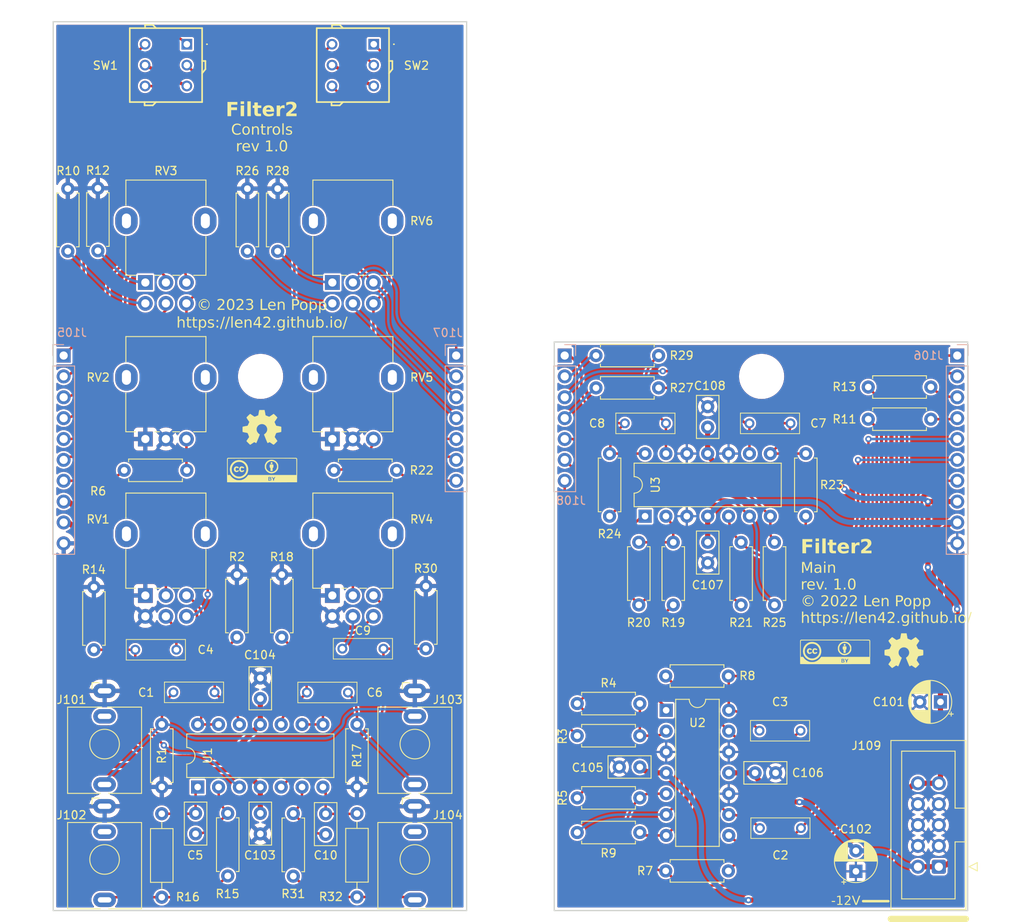
<source format=kicad_pcb>
(kicad_pcb (version 20221018) (generator pcbnew)
  (title_block (title "Eurorack Dual Filter Module") (date "2023-12-09") (rev "1.0") (company "Len Popp") (comment 1 "Copyright © 2023 Len Popp CC BY") (comment 2 "Board settings comply with requirements of OSH Park https://oshpark.com/") (comment 3 "Eurorack dual filter module - 10HP"))
  (layers (0 "F.Cu" signal) (31 "B.Cu" signal) (36 "B.SilkS" user "B.Silkscreen") (37 "F.SilkS" user "F.Silkscreen") (38 "B.Mask" user) (39 "F.Mask" user) (44 "Edge.Cuts" user))
  (property "MODULE" "Filter2")
  (net 0 "")
  (net 1 "+12V")
  (net 2 "GND")
  (net 3 "-12V")
  (net 5 "IN-1")
  (net 6 "Net-(U1D-+)")
  (net 7 "Net-(U2C--)")
  (net 8 "BP-1")
  (net 9 "Net-(U2D--)")
  (net 10 "LP-1")
  (net 11 "Net-(U1A-+)")
  (net 12 "Net-(U1A--)")
  (net 13 "IN-2")
  (net 15 "Net-(U1C-+)")
  (net 17 "OUT-1")
  (net 18 "FILTER-IN-1")
  (net 19 "Net-(U2A--)")
  (net 20 "Net-(U2B--)")
  (net 21 "HP-1")
  (net 22 "Net-(R12-Pad1)")
  (net 23 "Q-CTRL-1")
  (net 24 "Net-(U1D--)")
  (net 26 "Net-(C4-Pad1)")
  (net 27 "Net-(C5-Pad2)")
  (net 28 "F-CTRL-1-1")
  (net 29 "F-CTRL-1-2")
  (net 30 "Net-(R4-Pad2)")
  (net 31 "Net-(R6-Pad1)")
  (net 32 "Net-(R10-Pad1)")
  (net 33 "Net-(U3C--)")
  (net 34 "BP-2")
  (net 36 "Net-(U3D--)")
  (net 37 "LP-2")
  (net 38 "Net-(C9-Pad1)")
  (net 39 "Net-(U1B-+)")
  (net 40 "Net-(C10-Pad2)")
  (net 41 "Net-(U1B--)")
  (net 42 "OUT-2")
  (net 43 "FILTER-IN-2")
  (net 44 "Net-(RV1-Pad6)")
  (net 45 "Net-(U3A--)")
  (net 46 "Net-(R20-Pad2)")
  (net 47 "Q-CTRL-2")
  (net 48 "Net-(R22-Pad1)")
  (net 49 "Net-(U3B--)")
  (net 50 "HP-2")
  (net 51 "Net-(R26-Pad1)")
  (net 52 "F-CTRL-2-1")
  (net 53 "Net-(R28-Pad1)")
  (net 54 "F-CTRL-2-2")
  (net 55 "Net-(U1C--)")
  (net 56 "Net-(RV4-Pad6)")
  (footprint "-lmp-misc:C_Rect_Kemet_L7.2mm_W2.5mm_P5mm" (layer "F.Cu") (at 182.499 133.731)
    (fp_text reference "C2")
    (fp_text value "6N8" hide)
  )
  (footprint "-lmp-misc:C_Rect_Kemet_L7.2mm_W2.5mm_P5mm" (layer "F.Cu") (at 111.1504 117.1956)
    (fp_text reference "C1")
    (fp_text value "1U" hide)
  )
  (footprint "-lmp-synth:Jack_3.5mm_QingPu_WQP-PJ398SM_Vertical" (layer "F.Cu") (at 102.77 117.0178)
    (fp_text reference "J101")
    (fp_text value "WQP-PJ398")
  )
  (footprint "-lmp-misc:Logo_CC_BY" (layer "F.Cu") (at 191.643 112.268)
    (fp_text reference "G1" hide)
    (fp_text value "Logo_CC_BY" hide)
  )
  (footprint "-lmp-holes:MountingHole_PCB_3.2mm_M3" (layer "F.Cu") (at 182.709996 78.74)
    (fp_text reference "H104" hide)
    (fp_text value "MountingHole_M3")
  )
  (footprint "-lmp-holes:MountingHole_PCB_3.2mm_M3" (layer "F.Cu") (at 121.75 78.74)
    (fp_text reference "H102" hide)
    (fp_text value "MountingHole_M3")
  )
  (footprint "-lmp-synth:Jack_3.5mm_QingPu_WQP-PJ398SM_Vertical" (layer "F.Cu") (at 102.77 131.064)
    (fp_text reference "J102")
    (fp_text value "WQP-PJ398")
  )
  (footprint "-lmp-misc:Logo_OSHW" (layer "F.Cu") (at 200.025 112.141)
    (fp_text reference "G3" hide)
    (fp_text value "Logo_OSHW" hide)
  )
  (footprint "-lmp-misc:Logo_CC_BY" (layer "F.Cu") (at 121.92 90.13)
    (fp_text reference "G2" hide)
    (fp_text value "Logo_CC_BY" hide)
  )
  (footprint "-lmp-misc:Logo_OSHW" (layer "F.Cu") (at 121.92 84.963)
    (fp_text reference "G4" hide)
    (fp_text value "Logo_OSHW" hide)
  )
  (footprint "-lmp-synth:Jack_3.5mm_QingPu_WQP-PJ398SM_Vertical" (layer "F.Cu") (at 140.52 117.0178)
    (fp_text reference "J103")
    (fp_text value "WQP-PJ398")
  )
  (footprint "-lmp-synth:Potentiometer_Alpha_RD901F-40-00D_Single_Vertical" (layer "F.Cu") (at 107.73 86.36 90)
    (fp_text reference "RV2")
    (fp_text value "50K")
  )
  (footprint "-lmp-synth:Jack_3.5mm_QingPu_WQP-PJ398SM_Vertical" (layer "F.Cu") (at 140.52 131.064)
    (fp_text reference "J104")
    (fp_text value "WQP-PJ398")
  )
  (footprint "-lmp-misc:R_Axial_DIN0207_L6.3mm_D2.5mm_P7.62mm_Horizontal" (layer "F.Cu") (at 167.767 98.933 -90)
    (fp_text reference "R20")
    (fp_text value "22K")
  )
  (footprint "-lmp-misc:R_Axial_DIN0207_L6.3mm_D2.5mm_P7.62mm_Horizontal" (layer "F.Cu") (at 101.473 112.014 90)
    (fp_text reference "R14")
    (fp_text value "1M")
  )
  (footprint "-lmp-misc:R_Axial_DIN0207_L6.3mm_D2.5mm_P7.62mm_Horizontal" (layer "F.Cu") (at 184.277 106.553 90)
    (fp_text reference "R25")
    (fp_text value "15K")
  )
  (footprint "-lmp-misc:R_Axial_DIN0207_L6.3mm_D2.5mm_P7.62mm_Horizontal" (layer "F.Cu") (at 123.825 63.5 90)
    (fp_text reference "R28")
    (fp_text value "220R")
  )
  (footprint "-lmp-misc:R_Axial_DIN0207_L6.3mm_D2.5mm_P7.62mm_Horizontal" (layer "F.Cu") (at 160.274 130.048)
    (fp_text reference "R5")
    (fp_text value "22K")
  )
  (footprint "-lmp-misc:C_Disc_D5.0mm_W2.5mm_P2.50mm" (layer "F.Cu") (at 167.894 126.2888 180)
    (fp_text reference "C105")
    (fp_text value "100N")
  )
  (footprint "-lmp-misc:C_Disc_D5.0mm_W2.5mm_P2.50mm" (layer "F.Cu") (at 113.8428 134.4276 90)
    (fp_text reference "C5")
    (fp_text value "22P")
  )
  (footprint "-lmp-misc:C_Disc_D5.0mm_W2.5mm_P2.50mm" (layer "F.Cu") (at 176.149 98.933 -90)
    (fp_text reference "C107")
    (fp_text value "100N")
  )
  (footprint "-lmp-misc:R_Axial_DIN0207_L6.3mm_D2.5mm_P7.62mm_Horizontal" (layer "F.Cu") (at 160.274 122.4788)
    (fp_text reference "R3")
    (fp_text value "10K")
  )
  (footprint "-lmp-misc:R_Axial_DIN0207_L6.3mm_D2.5mm_P7.62mm_Horizontal" (layer "F.Cu") (at 188.087 95.758 90)
    (fp_text reference "R23")
    (fp_text value "10K")
  )
  (footprint "-lmp-synth:Potentiometer_Alpha_RD902F-40-00D_Dual_Vertical" (layer "F.Cu") (at 130.48 105.41 90)
    (fp_text reference "RV4")
    (fp_text value "50K")
  )
  (footprint "-lmp-misc:R_Axial_DIN0207_L6.3mm_D2.5mm_P10.16mm_Horizontal" (layer "F.Cu") (at 133.477 131.953 -90)
    (fp_text reference "R32")
    (fp_text value "51R")
  )
  (footprint "-lmp-misc:R_Axial_DIN0207_L6.3mm_D2.5mm_P7.62mm_Horizontal" (layer "F.Cu") (at 109.728 121.097 -90)
    (fp_text reference "R1")
    (fp_text value "1M")
  )
  (footprint "-lmp-misc:R_Axial_DIN0207_L6.3mm_D2.5mm_P7.62mm_Horizontal" (layer "F.Cu") (at 125.73 131.953 -90)
    (fp_text reference "R31")
    (fp_text value "100K")
  )
  (footprint "-lmp-misc:R_Axial_DIN0207_L6.3mm_D2.5mm_P7.62mm_Horizontal" (layer "F.Cu") (at 141.859 111.887 90)
    (fp_text reference "R30")
    (fp_text value "1M")
  )
  (footprint "-lmp-misc:C_Disc_D5.0mm_W2.5mm_P2.50mm" (layer "F.Cu") (at 121.7168 115.4576 -90)
    (fp_text reference "C104")
    (fp_text value "100N")
  )
  (footprint "Package_DIP:DIP-14_W7.62mm" (layer "F.Cu") (at 168.529 95.758 90)
    (fp_text reference "U3")
    (fp_text value "TL074")
  )
  (footprint "-lmp-misc:C_Rect_Kemet_L7.2mm_W2.5mm_P5mm" (layer "F.Cu") (at 171.069 84.455 180)
    (fp_text reference "C8")
    (fp_text value "6N8" hide)
  )
  (footprint "-lmp-misc:R_Axial_DIN0207_L6.3mm_D2.5mm_P7.62mm_Horizontal" (layer "F.Cu") (at 124.333 110.49 90)
    (fp_text reference "R18")
    (fp_text value "100K")
  )
  (footprint "-lmp-misc:R_Axial_DIN0207_L6.3mm_D2.5mm_P7.62mm_Horizontal" (layer "F.Cu") (at 112.776 90.17 180)
    (fp_text reference "R6")
    (fp_text value "1K")
  )
  (footprint "-lmp-misc:SW_SP3T_A24JP" (layer "F.Cu") (at 112.776 38.3032)
    (fp_text reference "SW1")
    (fp_text value "SW_SP3T" hide)
  )
  (footprint "-lmp-misc:C_Disc_D5.0mm_W2.5mm_P2.50mm" (layer "F.Cu") (at 184.4148 127 180)
    (fp_text reference "C106")
    (fp_text value "100N")
  )
  (footprint "-lmp-misc:C_Rect_Kemet_L7.2mm_W2.5mm_P5mm" (layer "F.Cu") (at 131.699 111.887)
    (fp_text reference "C9")
    (fp_text value "1U" hide)
  )
  (footprint "-lmp-misc:R_Axial_DIN0207_L6.3mm_D2.5mm_P7.62mm_Horizontal" (layer "F.Cu") (at 180.213 106.553 90)
    (fp_text reference "R21")
    (fp_text value "22K")
  )
  (footprint "-lmp-misc:R_Axial_DIN0207_L6.3mm_D2.5mm_P7.62mm_Horizontal" (layer "F.Cu") (at 164.211 95.758 90)
    (fp_text reference "R24")
    (fp_text value "15K")
  )
  (footprint "-lmp-misc:R_Axial_DIN0207_L6.3mm_D2.5mm_P7.62mm_Horizontal" (layer "F.Cu") (at 167.894 118.5672 180)
    (fp_text reference "R4")
    (fp_text value "22K")
  )
  (footprint "-lmp-misc:R_Axial_DIN0207_L6.3mm_D2.5mm_P7.62mm_Horizontal" (layer "F.Cu") (at 162.56 76.2)
    (fp_text reference "R29")
    (fp_text value "10K")
  )
  (footprint "-lmp-misc:R_Axial_DIN0207_L6.3mm_D2.5mm_P10.16mm_Horizontal" (layer "F.Cu") (at 109.728 131.9784 -90)
    (fp_text reference "R16")
    (fp_text value "51R")
  )
  (footprint "-lmp-misc:C_Rect_Kemet_L7.2mm_W2.5mm_P5mm" (layer "F.Cu") (at 181.229 84.455)
    (fp_text reference "C7")
    (fp_text value "6N8" hide)
  )
  (footprint "-lmp-misc:C_Rect_Kemet_L7.2mm_W2.5mm_P5mm" (layer "F.Cu") (at 111.506 112.014 180)
    (fp_text reference "C4")
    (fp_text value "1U" hide)
  )
  (footprint "-lmp-misc:R_Axial_DIN0207_L6.3mm_D2.5mm_P7.62mm_Horizontal" (layer "F.Cu") (at 162.56 80.137)
    (fp_text reference "R27")
    (fp_text value "10K")
  )
  (footprint "-lmp-misc:R_Axial_DIN0207_L6.3mm_D2.5mm_P7.62mm_Horizontal" (layer "F.Cu") (at 171.958 106.553 90)
    (fp_text reference "R19")
    (fp_text value "10K")
  )
  (footprint "-lmp-misc:R_Axial_DIN0207_L6.3mm_D2.5mm_P7.62mm_Horizontal" (layer "F.Cu") (at 120.142 63.5 90)
    (fp_text reference "R26")
    (fp_text value "220R")
  )
  (footprint "-lmp-synth:Potentiometer_Alpha_RD901F-40-00D_Single_Vertical" (layer "F.Cu") (at 130.48 86.36 90)
    (fp_text reference "RV5")
    (fp_text value "50K")
  )
  (footprint "-lmp-misc:R_Axial_DIN0207_L6.3mm_D2.5mm_P7.62mm_Horizontal" (layer "F.Cu") (at 160.274 134.2644)
    (fp_text reference "R9")
    (fp_text value "15K")
  )
  (footprint "-lmp-misc:C_Disc_D5.0mm_W2.5mm_P2.50mm" (layer "F.Cu") (at 129.667 134.493 90)
    (fp_text reference "C10")
    (fp_text value "22P")
  )
  (footprint "-lmp-synth:IDC-Header-Eurorack-10-TH" (layer "F.Cu") (at 204.27 138.43 180)
    (fp_text reference "J109")
    (fp_text value "Conn_Eurorack_16")
  )
  (footprint "-lmp-misc:C_Disc_D5.0mm_W2.5mm_P2.50mm" (layer "F.Cu") (at 176.149 82.423 -90)
    (fp_text reference "C108")
    (fp_text value "100N")
  )
  (footprint "-lmp-misc:R_Axial_DIN0207_L6.3mm_D2.5mm_P7.62mm_Horizontal" (layer "F.Cu") (at 133.477 121.097 -90)
    (fp_text reference "R17")
    (fp_text value "1M")
  )
  (footprint "-lmp-misc:CP_Radial_D5.0mm_P2.50mm" (layer "F.Cu") (at 194.183 138.9888 90)
    (fp_text reference "C102")
    (fp_text value "10U")
  )
  (footprint "Package_DIP:DIP-14_W7.62mm" (layer "F.Cu") (at 114.0968 128.7272 90)
    (fp_text reference "U1")
    (fp_text value "TL074")
  )
  (footprint "Package_DIP:DIP-14_W7.62mm" (layer "F.Cu") (at 171.0944 119.38)
    (fp_text reference "U2")
    (fp_text value "TL074")
  )
  (footprint "-lmp-misc:R_Axial_DIN0207_L6.3mm_D2.5mm_P7.62mm_Horizontal" (layer "F.Cu") (at 101.9556 63.4492 90)
    (fp_text reference "R12")
    (fp_text value "220R")
  )
  (footprint "-lmp-misc:R_Axial_DIN0207_L6.3mm_D2.5mm_P7.62mm_Horizontal" (layer "F.Cu") (at 203.3016 80.0354 180)
    (fp_text reference "R13")
    (fp_text value "10K")
  )
  (footprint "-lmp-misc:R_Axial_DIN0207_L6.3mm_D2.5mm_P7.62mm_Horizontal" (layer "F.Cu") (at 171.0436 115.2144)
    (fp_text reference "R8")
    (fp_text value "15K")
  )
  (footprint "-lmp-synth:Potentiometer_Alpha_RD902F-40-00D_Dual_Vertical" (layer "F.Cu") (at 107.73 105.41 90)
    (fp_text reference "RV1")
    (fp_text value "50K")
  )
  (footprint "-lmp-misc:C_Disc_D5.0mm_W2.5mm_P2.50mm" (layer "F.Cu") (at 121.7168 131.9276 -90)
    (fp_text reference "C103")
    (fp_text value "100N")
  )
  (footprint "-lmp-synth:Potentiometer_Alpha_RD902F-40-00D_Dual_Vertical" (layer "F.Cu") (at 107.73 67.31 90)
    (fp_text reference "RV3")
    (fp_text value "10K")
  )
  (footprint "-lmp-misc:R_Axial_DIN0207_L6.3mm_D2.5mm_P7.62mm_Horizontal" (layer "F.Cu") (at 171.0436 138.938)
    (fp_text reference "R7")
    (fp_text value "10K")
  )
  (footprint "-lmp-misc:CP_Radial_D5.0mm_P2.50mm" (layer "F.Cu") (at 204.47 118.364 180)
    (fp_text reference "C101")
    (fp_text value "10U")
  )
  (footprint "-lmp-misc:R_Axial_DIN0207_L6.3mm_D2.5mm_P7.62mm_Horizontal" (layer "F.Cu") (at 117.7544 131.9276 -90)
    (fp_text reference "R15")
    (fp_text value "100K")
  )
  (footprint "-lmp-misc:R_Axial_DIN0207_L6.3mm_D2.5mm_P7.62mm_Horizontal" (layer "F.Cu") (at 203.3016 83.947 180)
    (fp_text reference "R11")
    (fp_text value "10K")
  )
  (footprint "-lmp-synth:Potentiometer_Alpha_RD902F-40-00D_Dual_Vertical" (layer "F.Cu") (at 130.48 67.31 90)
    (fp_text reference "RV6")
    (fp_text value "10K")
  )
  (footprint "-lmp-misc:R_Axial_DIN0207_L6.3mm_D2.5mm_P7.62mm_Horizontal" (layer "F.Cu") (at 118.872 110.49 90)
    (fp_text reference "R2")
    (fp_text value "100K")
  )
  (footprint "-lmp-misc:R_Axial_DIN0207_L6.3mm_D2.5mm_P7.62mm_Horizontal" (layer "F.Cu") (at 98.298 63.5 90)
    (fp_text reference "R10")
    (fp_text value "220R")
  )
  (footprint "-lmp-misc:R_Axial_DIN0207_L6.3mm_D2.5mm_P7.62mm_Horizontal" (layer "F.Cu") (at 130.683 90.17)
    (fp_text reference "R22")
    (fp_text value "1K")
  )
  (footprint "-lmp-misc:C_Rect_Kemet_L7.2mm_W2.5mm_P5mm" (layer "F.Cu") (at 187.452 121.8692 180)
    (fp_text reference "C3")
    (fp_text value "6N8" hide)
  )
  (footprint "-lmp-misc:SW_SP3T_A24JP" (layer "F.Cu") (at 135.52 38.3032)
    (fp_text reference "SW2")
    (fp_text value "SW_SP3T" hide)
  )
  (footprint "-lmp-misc:C_Rect_Kemet_L7.2mm_W2.5mm_P5mm" (layer "F.Cu") (at 132.381 117.221 180)
    (fp_text reference "C6")
    (fp_text value "1U" hide)
  )
  (footprint "Connector_PinHeader_2.54mm:PinHeader_1x07_P2.54mm_Vertical" (layer "B.Cu") (at 158.75 76.2 180)
    (fp_text reference "J108")
    (fp_text value "Conn_Back_Left")
  )
  (footprint "Connector_PinHeader_2.54mm:PinHeader_1x10_P2.54mm_Vertical" (layer "B.Cu") (at 206.51 76.2 180)
    (fp_text reference "J106")
    (fp_text value "Conn_Back_Right_Top")
  )
  (footprint "Connector_PinSocket_2.54mm:PinSocket_1x10_P2.54mm_Vertical" (layer "B.Cu") (at 97.79 76.2 180)
    (fp_text reference "J105")
    (fp_text value "Conn_Front_Left_Top")
  )
  (footprint "Connector_PinSocket_2.54mm:PinSocket_1x07_P2.54mm_Vertical" (layer "B.Cu") (at 145.55 76.2 180)
    (fp_text reference "J107")
    (fp_text value "Conn_Front_Right")
  )
  (gr_line (start 198.1327 142.621) (end 195.0593 142.621) (stroke (width 0.3048)) (layer "F.SilkS"))
  (gr_line (start 157.48 143.764) (end 157.48 74.549) (stroke (width 0.1524)) (layer "Edge.Cuts"))
  (gr_line (start 157.48 74.549) (end 207.78 74.549) (stroke (width 0.1524)) (layer "Edge.Cuts"))
  (gr_line (start 146.82 35.56) (end 146.82 143.764) (stroke (width 0.1524)) (layer "Edge.Cuts"))
  (gr_line (start 146.82 143.764) (end 96.52 143.764) (stroke (width 0.1524)) (layer "Edge.Cuts"))
  (gr_line (start 96.52 35.56) (end 146.82 35.56) (stroke (width 0.1524)) (layer "Edge.Cuts"))
  (gr_line (start 207.78 143.764) (end 157.48 143.764) (stroke (width 0.1524)) (layer "Edge.Cuts"))
  (gr_line (start 207.78 74.549) (end 207.78 143.764) (stroke (width 0.1524)) (layer "Edge.Cuts"))
  (gr_line (start 96.52 143.764) (end 96.52 35.56) (stroke (width 0.1524)) (layer "Edge.Cuts"))
  (gr_text "© 2022 Len Popp" (at 187.452 106.172) (layer "F.SilkS") (effects (font (size 1.3 1.3) (thickness 0.1625)) (justify left)))
  (gr_text "-12V" (at 194.731996 142.621) (layer "F.SilkS") (effects (font (size 1.1 1.1)) (justify right)))
  (gr_text "${MODULE}" (at 187.452 99.568) (layer "F.SilkS") (effects (font (size 1.7 1.7) (thickness 0.34) bold) (justify left)))
  (gr_text "${MODULE}" (at 121.92 46.355) (layer "F.SilkS") (effects (font (size 1.7 1.7) (thickness 0.34) bold)))
  (gr_text "rev ${REVISION}" (at 121.92 50.8) (layer "F.SilkS") (effects (font (size 1.3 1.3))))
  (gr_text "© 2023 Len Popp" (at 121.92 70.104) (layer "F.SilkS") (effects (font (size 1.3 1.3) (thickness 0.125))))
  (gr_text "https://len42.github.io/" (at 187.452 108.204) (layer "F.SilkS") (effects (font (size 1.3 1.3) (thickness 0.1524)) (justify left)))
  (gr_text "Controls" (at 121.92 48.768) (layer "F.SilkS") (effects (font (size 1.3 1.3))))
  (gr_text "rev. ${REVISION}" (at 187.452 104.14) (layer "F.SilkS") (effects (font (size 1.3 1.3)) (justify left)))
  (gr_text "https://len42.github.io/" (at 121.92 72.263) (layer "F.SilkS") (effects (font (size 1.3 1.3) (thickness 0.1524))))
  (gr_text "Main" (at 187.452 102.108) (layer "F.SilkS") (effects (font (size 1.3 1.3)) (justify left)))
  (segment (start 176.149 95.758) (end 176.149 98.933) (width 0.635) (layer "F.Cu") (net 1))
  (segment (start 97.79 96.52) (end 98.425 96.52) (width 0.635) (layer "F.Cu") (net 1))
  (segment (start 199.517 132.770781) (end 199.517 131.462565) (width 0.635) (layer "F.Cu") (net 1))
  (segment (start 200.517248 129.047752) (end 201.295 128.27) (width 0.635) (layer "F.Cu") (net 1))
  (segment (start 196.088 140.589) (end 196.413355 140.263645) (width 0.635) (layer "F.Cu") (net 1))
  (segment (start 201.73 128.27) (end 204.27 128.27) (width 0.635) (layer "F.Cu") (net 1))
  (segment (start 204.978 97.282) (end 205.74 96.52) (width 0.635) (layer "F.Cu") (net 1))
  (segment (start 204.47 128.27) (end 204.47 98.50842) (width 0.635) (layer "F.Cu") (net 1))
  (segment (start 99.9744 98.679) (end 99.9744 99.187) (width 0.635) (layer "F.Cu") (net 1))
  (segment (start 102.730235 126.111) (end 106.503487 126.111) (width 0.635) (layer "F.Cu") (net 1))
  (segment (start 107.729809 126.619) (end 118.872 126.619) (width 0.635) (layer "F.Cu") (net 1))
  (segment (start 99.453545 100.444455) (end 98.471223 101.426777) (width 0.635) (layer "F.Cu") (net 1))
  (segment (start 205.74 96.52) (end 206.710001 96.52) (width 0.635) (layer "F.Cu") (net 1))
  (segment (start 99.548854 124.186854) (end 100.584 125.222) (width 0.635) (layer "F.Cu") (net 1))
  (segment (start 121.7168 131.9276) (end 121.7168 128.7272) (width 0.635) (layer "F.Cu") (net 1))
  (segment (start 121.7168 128.7272) (end 120.129455 127.139855) (width 0.635) (layer "F.Cu") (net 1))
  (segment (start 171.0944 127) (end 169.610988 127) (width 0.635) (layer "F.Cu") (net 1))
  (segment (start 98.425 96.52) (end 99.543348 97.638347) (width 0.635) (layer "F.Cu") (net 1))
  (segment (start 181.102 142.494) (end 191.488924 142.494) (width 0.635) (layer "F.Cu") (net 1))
  (segment (start 97.663 103.378) (end 97.663 119.634) (width 0.635) (layer "F.Cu") (net 1))
  (via (at 181.102 142.494) (size 0.762) (drill 0.381) (layers "F.Cu" "B.Cu") (net 1))
  (arc (start 106.503487 126.111) (mid 106.901233 126.190117) (end 107.238482 126.415482) (width 0.635) (layer "F.Cu") (net 1))
  (arc (start 191.488924 142.494) (mid 193.977926 141.998907) (end 196.088 140.589) (width 0.635) (layer "F.Cu") (net 1))
  (arc (start 199.517 131.462565) (mid 199.776956 130.155678) (end 200.517248 129.047752) (width 0.635) (layer "F.Cu") (net 1))
  (arc (start 120.129455 127.139855) (mid 119.552531 126.754366) (end 118.872 126.619) (width 0.635) (layer "F.Cu") (net 1))
  (arc (start 98.471223 101.426777) (mid 97.87305 102.322005) (end 97.663 103.378) (width 0.635) (layer "F.Cu") (net 1))
  (arc (start 99.543348 97.638347) (mid 99.862373 98.115803) (end 99.9744 98.679) (width 0.635) (layer "F.Cu") (net 1))
  (arc (start 169.610988 127) (mid 168.681761 126.815165) (end 167.894 126.2888) (width 0.635) (layer "F.Cu") (net 1))
  (arc (start 97.663 119.634) (mid 98.153118 122.097987) (end 99.548854 124.186854) (width 0.635) (layer "F.Cu") (net 1))
  (arc (start 100.584 125.222) (mid 101.568701 125.879956) (end 102.730235 126.111) (width 0.635) (layer "F.Cu") (net 1))
  (arc (start 107.238482 126.415482) (mid 107.463904 126.566107) (end 107.729809 126.619) (width 0.635) (layer "F.Cu") (net 1))
  (arc (start 99.9744 99.187) (mid 99.839034 99.86753) (end 99.453545 100.444455) (width 0.635) (layer "F.Cu") (net 1))
  (arc (start 196.413355 140.263645) (mid 198.710389 136.82589) (end 199.517 132.770781) (width 0.635) (layer "F.Cu") (net 1))
  (arc (start 204.47 98.50842) (mid 204.602025 97.844687) (end 204.978 97.282) (width 0.635) (layer "F.Cu") (net 1))
  (segment (start 178.495866 93.98) (end 188.480765 93.98) (width 0.635) (layer "B.Cu") (net 1))
  (segment (start 171.0944 127) (end 173.662791 129.568391) (width 0.635) (layer "B.Cu") (net 1))
  (segment (start 190.627 94.869) (end 191.200369 95.442369) (width 0.635) (layer "B.Cu") (net 1))
  (segment (start 176.149 95.758) (end 177.524751 94.382249) (width 0.635) (layer "B.Cu") (net 1))
  (segment (start 175.387 136.655739) (end 175.387 133.731) (width 0.635) (layer "B.Cu") (net 1))
  (segment (start 177.633159 141.057159) (end 176.911 140.335) (width 0.635) (layer "B.Cu") (net 1))
  (segment (start 193.802 96.52) (end 206.51 96.52) (width 0.635) (layer "B.Cu") (net 1))
  (arc (start 175.387 133.731) (mid 174.938893 131.478212) (end 173.662791 129.568391) (width 0.635) (layer "B.Cu") (net 1))
  (arc (start 177.524751 94.382249) (mid 177.970302 94.084541) (end 178.495866 93.98) (width 0.635) (layer "B.Cu") (net 1))
  (arc (start 176.911 140.335) (mid 175.783075 138.646941) (end 175.387 136.655739) (width 0.635) (layer "B.Cu") (net 1))
  (arc (start 188.480765 93.98) (mid 189.642299 94.211044) (end 190.627 94.869) (width 0.635) (layer "B.Cu") (net 1))
  (arc (start 191.200369 95.442369) (mid 192.394007 96.239933) (end 193.802 96.52) (width 0.635) (layer "B.Cu") (net 1))
  (arc (start 181.102 142.494) (mid 179.224677 142.120577) (end 177.633159 141.057159) (width 0.635) (layer "B.Cu") (net 1))
  (segment (start 101.346 98.871972) (end 101.346 98.90483) (width 0.635) (layer "F.Cu") (net 3))
  (segment (start 176.149 88.138) (end 176.149 84.923) (width 0.635) (layer "F.Cu") (net 3))
  (segment (start 99.9744 120.4976) (end 100.2284 120.7516) (width 0.635) (layer "F.Cu") (net 3))
  (segment (start 121.7168 121.1072) (end 121.7168 117.9576) (width 0.635) (layer "F.Cu") (net 3))
  (segment (start 100.17732 101.87968) (end 99.949 102.108) (width 0.635) (layer "F.Cu") (net 3))
  (segment (start 177.2285 89.4715) (end 176.149 88.392) (width 0.635) (layer "F.Cu") (net 3))
  (segment (start 206.502 107.061) (end 206.502 135.915091) (width 0.635) (layer "F.Cu") (net 3))
  (segment (start 182.220129 127.737129) (end 183.422554 128.939554) (width 0.635) (layer "F.Cu") (net 3))
  (segment (start 109.855 125.095) (end 115.697 125.095) (width 0.635) (layer "F.Cu") (net 3))
  (segment (start 201.73 138.43) (end 204.27 138.43) (width 0.635) (layer "F.Cu") (net 3))
  (segment (start 205.7654 137.6934) (end 205.565352 137.893447) (width 0.635) (layer "F.Cu") (net 3))
  (segment (start 119.165842 123.658158) (end 121.7168 121.1072) (width 0.635) (layer "F.Cu") (net 3))
  (segment (start 101.346 98.871972) (end 101.345998 98.488354) (width 0.635) (layer "F.Cu") (net 3))
  (segment (start 98.425 93.98) (end 100.223551 95.778551) (width 0.635) (layer "F.Cu") (net 3))
  (segment (start 104.725087 122.149487) (end 106.125996 123.550396) (width 0.635) (layer "F.Cu") (net 3))
  (segment (start 97.79 93.98) (end 98.425 93.98) (width 0.635) (layer "F.Cu") (net 3))
  (segment (start 178.7144 127) (end 181.9148 127) (width 0.635) (layer "F.Cu") (net 3))
  (segment (start 202.946 93.98) (end 206.51 93.98) (width 0.635) (layer "F.Cu") (net 3))
  (segment (start 101.346 98.90483) (end 101.345999 99.058266) (width 0.635) (layer "F.Cu") (net 3))
  (segment (start 99.06 104.254235) (end 99.06 118.290044) (width 0.635) (layer "F.Cu") (net 3))
  (segment (start 189.413344 91.059) (end 181.061064 91.059) (width 0.635) (layer "F.Cu") (net 3))
  (segment (start 102.12911 121.5389) (end 103.251 121.5389) (width 0.635) (layer "F.Cu") (net 3))
  (segment (start 202.946 101.981) (end 202.946 93.98) (width 0.635) (layer "F.Cu") (net 3))
  (via (at 192.786 92.456) (size 0.762) (drill 0.381) (layers "F.Cu" "B.Cu") (net 3))
  (via (at 187.325 130.556) (size 0.762) (drill 0.381) (layers "F.Cu" "B.Cu") (net 3))
  (via (at 202.946 93.98) (size 0.762) (drill 0.381) (layers "F.Cu" "B.Cu") (net 3))
  (via (at 206.502 107.061) (size 0.762) (drill 0.381) (layers "F.Cu" "B.Cu") (net 3))
  (via (at 202.946 101.981) (size 0.762) (drill 0.381) (layers "F.Cu" "B.Cu") (net 3))
  (arc (start 100.223551 95.778551) (mid 101.054279 97.021819) (end 101.345998 98.488354) (width 0.635) (layer "F.Cu") (net 3))
  (arc (start 99.06 118.290044) (mid 99.297645 119.484765) (end 99.9744 120.4976) (width 0.635) (layer "F.Cu") (net 3))
  (arc (start 182.220129 127.737129) (mid 181.994153 127.398932) (end 181.9148 127) (width 0.635) (layer "F.Cu") (net 3))
  (arc (start 115.697 125.095) (mid 117.574325 124.721576) (end 119.165842 123.658158) (width 0.635) (layer "F.Cu") (net 3))
  (arc (start 101.345999 99.058266) (mid 101.042264 100.585204) (end 100.17732 101.87968) (width 0.635) (layer "F.Cu") (net 3))
  (arc (start 99.949 102.108) (mid 99.291044 103.092701) (end 99.06 104.254235) (width 0.635) (layer "F.Cu") (net 3))
  (arc (start 181.061064 91.059) (mid 178.986895 90.646423) (end 177.2285 89.4715) (width 0.635) (layer "F.Cu") (net 3))
  (arc (start 187.325 130.556) (mid 185.213011 130.135899) (end 183.422554 128.939554) (width 0.635) (layer "F.Cu") (net 3))
  (arc (start 106.125996 123.550396) (mid 107.836878 124.69357) (end 109.855 125.095) (width 0.635) (layer "F.Cu") (net 3))
  (arc (start 192.786 92.456) (mid 191.238613 91.422069) (end 189.413344 91.059) (width 0.635) (layer "F.Cu") (net 3))
  (arc (start 103.251 121.5389) (mid 104.048771 121.697586) (end 104.725087 122.149487) (width 0.635) (layer "F.Cu") (net 3))
  (arc (start 205.565352 137.893447) (mid 204.97104 138.290555) (end 204.27 138.43) (width 0.635) (layer "F.Cu") (net 3))
  (arc (start 206.502 135.915091) (mid 206.310563 136.877505) (end 205.7654 137.6934) (width 0.635) (layer "F.Cu") (net 3))
  (arc (start 100.2284 120.7516) (mid 101.100454 121.334287) (end 102.12911 121.5389) (width 0.635) (layer "F.Cu") (net 3))
  (segment (start 205.9305 105.7275) (end 203.484815 103.281815) (width 0.635) (layer "B.Cu") (net 3))
  (segment (start 202.026185 93.599) (end 195.545446 93.599) (width 0.635) (layer "B.Cu") (net 3))
  (segment (start 194.183 136.4888) (end 188.904415 131.210215) (width 0.635) (layer "B.Cu") (net 3))
  (segment (start 196.809486 136.4888) (end 194.183 136.4888) (width 0.635) (layer "B.Cu") (net 3))
  (segment (start 205.963185 105.760184) (end 205.9305 105.7275) (width 0.635) (layer "B.Cu") (net 3))
  (arc (start 203.484815 103.281815) (mid 203.086034 102.684996) (end 202.946 101.981) (width 0.635) (layer "B.Cu") (net 3))
  (arc (start 202.946 93.98) (mid 202.523986 93.698019) (end 202.026185 93.599) (width 0.635) (layer "B.Cu") (net 3))
  (arc (start 188.904415 131.210215) (mid 188.179774 130.726025) (end 187.325 130.556) (width 0.635) (layer "B.Cu") (net 3))
  (arc (start 201.495956 138.43) (mid 200.301236 138.192355) (end 199.2884 137.5156) (width 0.635) (layer "B.Cu") (net 3))
  (arc (start 206.502 107.061) (mid 206.361966 106.357004) (end 205.963185 105.760184) (width 0.635) (layer "B.Cu") (net 3))
  (arc (start 195.545446 93.599) (mid 194.052045 93.301939) (end 192.786 92.456) (width 0.635) (layer "B.Cu") (net 3))
  (arc (start 199.2884 137.5156) (mid 198.151065 136.755656) (end 196.809486 136.4888) (width 0.635) (layer "B.Cu") (net 3))
  (arc (start 109.728 120.629577) (mid 110.09767 118.771122) (end 111.1504 117.1956) (width 0.3048) (layer "F.Cu") (net 5))
  (segment (start 129.45658 122.809) (end 114.173 122.809) (width 0.3048) (layer "B.Cu") (net 5))
  (segment (start 133.777223 119.253) (end 138.432189 119.253) (width 0.3048) (layer "B.Cu") (net 5))
  (segment (start 109.728 121.097) (end 103.026539 127.798461) (width 0.3048) (layer "B.Cu") (net 5))
  (segment (start 132.183684 120.038316) (end 132.3975 119.8245) (width 0.3048) (layer "B.Cu") (net 5))
  (segment (start 130.683 122.301) (end 131.513293 121.470707) (width 0.3048) (layer "B.Cu") (net 5))
  (arc (start 130.683 122.301) (mid 130.120314 122.676975) (end 129.45658 122.809) (width 0.3048) (layer "B.Cu") (net 5))
  (arc (start 132.3975 119.8245) (mid 133.030522 119.401528) (end 133.777223 119.253) (width 0.3048) (layer "B.Cu") (net 5))
  (arc (start 114.173 122.809) (mid 113.117006 122.59895) (end 112.221777 122.000777) (width 0.3048) (layer "B.Cu") (net 5))
  (arc (start 131.825106 120.904) (mid 131.918297 120.435495) (end 132.183684 120.038316) (width 0.3048) (layer "B.Cu") (net 5))
  (arc (start 131.853241 120.65) (mid 131.764891 121.094163) (end 131.513293 121.470707) (width 0.3048) (layer "B.Cu") (net 5))
  (arc (start 112.221777 122.000777) (mid 111.220709 121.331884) (end 110.039867 121.097) (width 0.3048) (layer "B.Cu") (net 5))
  (arc (start 138.432189 119.253) (mid 139.562104 119.477754) (end 140.52 120.1178) (width 0.3048) (layer "B.Cu") (net 5))
  (segment (start 118.550869 119.596069) (end 116.1504 117.1956) (width 0.3048) (layer "F.Cu") (net 6))
  (arc (start 116.1504 117.060523) (mid 116.857721 113.504582) (end 118.872 110.49) (width 0.3048) (layer "F.Cu") (net 6))
  (arc (start 119.1768 121.1072) (mid 119.014126 120.289382) (end 118.550869 119.596069) (width 0.3048) (layer "F.Cu") (net 6))
  (segment (start 178.7144 132.08) (end 177.422172 130.787772) (width 0.3048) (layer "F.Cu") (net 7))
  (segment (start 196.723 96.132665) (end 196.723 85.598) (width 0.3048) (layer "F.Cu") (net 7))
  (segment (start 178.054 112.522) (end 183.835965 112.522) (width 0.3048) (layer "F.Cu") (net 7))
  (segment (start 196.291948 84.557347) (end 195.6816 83.947) (width 0.3048) (layer "F.Cu") (net 7))
  (segment (start 175.5902 126.365) (end 175.5902 115.062) (width 0.3048) (layer "F.Cu") (net 7))
  (segment (start 176.003292 114.064708) (end 177.186789 112.881211) (width 0.3048) (layer "F.Cu") (net 7))
  (segment (start 185.943875 111.648875) (end 193.373375 104.219375) (width 0.3048) (layer "F.Cu") (net 7))
  (arc (start 175.5902 115.062) (mid 175.697559 114.522269) (end 176.003292 114.064708) (width 0.3048) (layer "F.Cu") (net 7))
  (arc (start 183.835965 112.522) (mid 184.976757 112.295083) (end 185.943875 111.648875) (width 0.3048) (layer "F.Cu") (net 7))
  (arc (start 193.373375 104.219375) (mid 195.852461 100.509162) (end 196.723 96.132665) (width 0.3048) (layer "F.Cu") (net 7))
  (arc (start 177.422172 130.787772) (mid 176.066314 128.758587) (end 175.5902 126.365) (width 0.3048) (layer "F.Cu") (net 7))
  (arc (start 196.723 85.598) (mid 196.610973 85.034803) (end 196.291948 84.557347) (width 0.3048) (layer "F.Cu") (net 7))
  (arc (start 178.7144 132.08) (mid 180.685589 132.472094) (end 182.356683 133.588683) (width 0.3048) (layer "F.Cu") (net 7))
  (arc (start 177.186789 112.881211) (mid 177.584668 112.615356) (end 178.054 112.522) (width 0.3048) (layer "F.Cu") (net 7))
  (segment (start 181.780451 135.89) (end 182.753 135.89) (width 0.3048) (layer "F.Cu") (net 8))
  (segment (start 203.445217 78.359) (end 206.329001 78.359) (width 0.3048) (layer "F.Cu") (net 8))
  (segment (start 200.406 100.885881) (end 200.406 81.738038) (width 0.3048) (layer "F.Cu") (net 8))
  (segment (start 107.696 64.516) (end 110.66058 64.516) (width 0.3048) (layer "F.Cu") (net 8))
  (segment (start 201.3585 79.4385) (end 201.72579 79.07121) (width 0.3048) (layer "F.Cu") (net 8))
  (segment (start 98.65721 78.38079) (end 99.726585 77.311415) (width 0.3048) (layer "F.Cu") (net 8))
  (segment (start 105.918 43.053) (end 105.918 41.212712) (width 0.3048) (layer "F.Cu") (net 8))
  (segment (start 100.444912 75.577088) (end 101.658014 74.363986) (width 0.3048) (layer "F.Cu") (net 8))
  (segment (start 106.7181 39.2811) (end 107.696 38.3032) (width 0.3048) (layer "F.Cu") (net 8))
  (segment (start 191.262 124.646315) (end 191.262 116.569497) (width 0.3048) (layer "F.Cu") (net 8))
  (segment (start 107.696 64.516) (end 107.696 47.616291) (width 0.3048) (layer "F.Cu") (net 8))
  (segment (start 104.267 65.786) (end 104.8385 65.2145) (width 0.3048) (layer "F.Cu") (net 8))
  (segment (start 178.6636 138.938) (end 181.314118 136.287482) (width 0.3048) (layer "F.Cu") (net 8))
  (segment (start 187.169285 134.060715) (end 187.499 133.731) (width 0.3048) (layer "F.Cu") (net 8))
  (segment (start 103.124 70.824782) (end 103.124 68.545446) (width 0.3048) (layer "F.Cu") (net 8))
  (segment (start 106.524828 64.516) (end 107.696 64.516) (width 0.3048) (layer "F.Cu") (net 8))
  (segment (start 193.675 110.744) (end 198.194793 106.224207) (width 0.3048) (layer "F.Cu") (net 8))
  (arc (start 110.66058 64.516) (mid 111.324313 64.648025) (end 111.887 65.024) (width 0.3048) (layer "F.Cu") (net 8))
  (arc (start 182.753 135.89) (mid 185.143076 135.414584) (end 187.169285 134.060715) (width 0.3048) (layer "F.Cu") (net 8))
  (arc (start 181.314118 136.287482) (mid 181.439109 136.100421) (end 181.483 135.879766) (width 0.3048) (layer "F.Cu") (net 8))
  (arc (start 104.8385 65.2145) (mid 105.612194 64.697534) (end 106.524828 64.516) (width 0.3048) (layer "F.Cu") (net 8))
  (arc (start 101.658014 74.363986) (mid 102.743003 72.740185) (end 103.124 70.824782) (width 0.3048) (layer "F.Cu") (net 8))
  (arc (start 178.7144 134.62) (mid 180.121115 135.559938) (end 181.780451 135.89) (width 0.3048) (layer "F.Cu") (net 8))
  (arc (start 107.696 47.616291) (mid 107.309971 45.675592) (end 106.210653 44.030347) (width 0.3048) (layer "F.Cu") (net 8))
  (arc (start 191.262 116.569497) (mid 191.889118 113.416761) (end 193.675 110.744) (width 0.3048) (layer "F.Cu") (net 8))
  (arc (start 111.887 65.024) (mid 112.510911 65.957749) (end 112.73 67.059182) (width 0.3048) (layer "F.Cu") (net 8))
  (arc (start 187.499 133.731) (mid 190.284028 129.562911) (end 191.262 124.646315) (width 0.3048) (layer "F.Cu") (net 8))
  (arc (start 201.72579 79.07121) (mid 202.51467 78.544097) (end 203.445217 78.359) (width 0.3048) (layer "F.Cu") (net 8))
  (arc (start 105.918 41.212712) (mid 106.125939 40.167332) (end 106.7181 39.2811) (width 0.3048) (layer "F.Cu") (net 8))
  (arc (start 99.726585 77.311415) (mid 99.98519 76.924386) (end 100.076 76.467722) (width 0.3048) (layer "F.Cu") (net 8))
  (arc (start 100.076 76.467722) (mid 100.171877 75.985715) (end 100.444912 75.577088) (width 0.3048) (layer "F.Cu") (net 8))
  (arc (start 97.79 78.74) (mid 98.259331 78.646644) (end 98.65721 78.38079) (width 0.3048) (layer "F.Cu") (net 8))
  (arc (start 198.194793 106.224207) (mid 199.831326 103.774962) (end 200.406 100.885881) (width 0.3048) (layer "F.Cu") (net 8))
  (arc (start 103.124 68.545446) (mid 103.421056 67.052044) (end 104.267 65.786) (width 0.3048) (layer "F.Cu") (net 8))
  (arc (start 200.406 81.738038) (mid 200.653547 80.493537) (end 201.3585 79.4385) (width 0.3048) (layer "F.Cu") (net 8))
  (arc (start 106.438855 44.310455) (mid 106.053366 43.73353) (end 105.918 43.053) (width 0.3048) (layer "F.Cu") (net 8))
  (segment (start 178.7144 121.92) (end 177.524739 120.730339) (width 0.3048) (layer "F.Cu") (net 9))
  (segment (start 197.866 96.012) (end 197.866 85.09) (width 0.3048) (layer "F.Cu") (net 9))
  (segment (start 176.8602 119.126) (end 176.8602 115.342457) (width 0.3048) (layer "F.Cu") (net 9))
  (segment (start 178.577023 113.5888) (end 184.129925 113.5888) (width 0.3048) (layer "F.Cu") (net 9))
  (segment (start 177.292 114.3) (end 177.597446 113.994554) (width 0.3048) (layer "F.Cu") (net 9))
  (segment (start 186.2455 112.7125) (end 194.273897 104.684103) (width 0.3048) (layer "F.Cu") (net 9))
  (arc (start 197.866 85.09) (mid 197.33854 82.438281) (end 195.836462 80.190262) (width 0.3048) (layer "F.Cu") (net 9))
  (arc (start 177.524739 120.730339) (mid 177.032908 119.994262) (end 176.8602 119.126) (width 0.3048) (layer "F.Cu") (net 9))
  (arc (start 194.273897 104.684103) (mid 196.932443 100.705309) (end 197.866 96.012) (width 0.3048) (layer "F.Cu") (net 9))
  (arc (start 176.8602 115.342457) (mid 176.972421 114.778283) (end 177.292 114.3) (width 0.3048) (layer "F.Cu") (net 9))
  (arc (start 183.134 123.783804) (mid 180.772753 123.314123) (end 178.770984 121.976583) (width 0.3048) (layer "F.Cu") (net 9))
  (arc (start 177.597446 113.994554) (mid 178.04688 113.694252) (end 178.577023 113.5888) (width 0.3048) (layer "F.Cu") (net 9))
  (arc (start 182.88 123.788844) (mid 185.330457 123.301418) (end 187.407855 121.913345) (width 0.3048) (layer "F.Cu") (net 9))
  (arc (start 184.129925 113.5888) (mid 185.274865 113.361058) (end 186.2455 112.7125) (width 0.3048) (layer "F.Cu") (net 9))
  (segment (start 100.2284 72.009) (end 100.2284 46.902931) (width 0.3048) (layer "F.Cu") (net 10))
  (segment (start 205.064064 76.2) (end 206.51 76.2) (width 0.3048) (layer "F.Cu") (net 10))
  (segment (start 180.845552 120.262752) (end 182.452 121.8692) (width 0.3048) (layer "F.Cu") (net 10))
  (segment (start 178.7144 119.38) (end 178.7144 115.2652) (width 0.3048) (layer "F.Cu") (net 10))
  (segment (start 178.6636 115.2144) (end 183.643262 115.2144) (width 0.3048) (layer "F.Cu") (net 10))
  (segment (start 107.619056 36.83) (end 109.347 36.83) (width 0.3048) (layer "F.Cu") (net 10))
  (segment (start 199.136 96.647) (end 199.136 82.308983) (width 0.3048) (layer "F.Cu") (net 10))
  (segment (start 186.199378 114.155622) (end 195.903107 104.451893) (width 0.3048) (layer "F.Cu") (net 10))
  (segment (start 102.5017 41.4147) (end 106.709755 37.206645) (width 0.3048) (layer "F.Cu") (net 10))
  (segment (start 200.851429 78.167571) (end 201.2315 77.7875) (width 0.3048) (layer "F.Cu") (net 10))
  (segment (start 97.79 76.2) (end 98.989124 75.000876) (width 0.3048) (layer "F.Cu") (net 10))
  (arc (start 195.903107 104.451893) (mid 198.295799 100.870978) (end 199.136 96.647) (width 0.3048) (layer "F.Cu") (net 10))
  (arc (start 98.989124 75.000876) (mid 99.906323 73.628192) (end 100.2284 72.009) (width 0.3048) (layer "F.Cu") (net 10))
  (arc (start 106.709755 37.206645) (mid 107.126946 36.927887) (end 107.619056 36.83) (width 0.3048) (layer "F.Cu") (net 10))
  (arc (start 178.7144 119.38) (mid 179.867771 119.60942) (end 180.845552 120.262752) (width 0.3048) (layer "F.Cu") (net 10))
  (arc (start 183.643262 115.2144) (mid 185.026622 114.939233) (end 186.199378 114.155622) (width 0.3048) (layer "F.Cu") (net 10))
  (arc (start 201.2315 77.7875) (mid 202.989896 76.612577) (end 205.064064 76.2) (width 0.3048) (layer "F.Cu") (net 10))
  (arc (start 109.347 36.83) (mid 111.153924 37.189419) (end 112.68576 38.212959) (width 0.3048) (layer "F.Cu") (net 10))
  (arc (start 199.136 82.308983) (mid 199.581825 80.067667) (end 200.851429 78.167571) (width 0.3048) (layer "F.Cu") (net 10))
  (arc (start 100.2284 46.902931) (mid 100.819211 43.932722) (end 102.5017 41.4147) (width 0.3048) (layer "F.Cu") (net 10))
  (segment (start 101.473 112.014) (end 106.506 112.014) (width 0.3048) (layer "F.Cu") (net 11))
  (segment (start 109.982 123.6472) (end 108.8009 122.4661) (width 0.3048) (layer "F.Cu") (net 11))
  (segment (start 106.506 112.014) (end 106.506 116.925722) (width 0.3048) (layer "F.Cu") (net 11))
  (via (at 109.982 123.6472) (size 0.762) (drill 0.381) (layers "F.Cu" "B.Cu") (net 11))
  (arc (start 106.506 116.925722) (mid 107.102425 119.924153) (end 108.8009 122.4661) (width 0.3048) (layer "F.Cu") (net 11))
  (segment (start 116.374922 126.077723) (end 119.0244 128.7272) (width 0.3048) (layer "B.Cu") (net 11))
  (segment (start 112.250877 124.587) (end 112.776 124.587) (width 0.3048) (layer "B.Cu") (net 11))
  (arc (start 112.776 124.587) (mid 114.723723 124.974426) (end 116.374922 126.077723) (width 0.3048) (layer "B.Cu") (net 11))
  (arc (start 109.982 123.6472) (mid 111.022969 124.342754) (end 112.250877 124.587) (width 0.3048) (layer "B.Cu") (net 11))
  (segment (start 116.252552 133.429448) (end 117.7544 131.9276) (width 0.3048) (layer "F.Cu") (net 12))
  (arc (start 113.8428 134.4276) (mid 115.146948 134.168189) (end 116.252552 133.429448) (width 0.3048) (layer "F.Cu") (net 12))
  (arc (start 116.6368 129.229475) (mid 116.927254 130.689689) (end 117.7544 131.9276) (width 0.3048) (layer "F.Cu") (net 12))
  (segment (start 133.477 119.866978) (end 133.477 121.097) (width 0.3048) (layer "F.Cu") (net 13))
  (arc (start 132.381 117.221) (mid 133.192158 118.434984) (end 133.477 119.866978) (width 0.3048) (layer "F.Cu") (net 13))
  (segment (start 140.52 128.4178) (end 133.731 121.6288) (width 0.3048) (layer "B.Cu") (net 13))
  (segment (start 133.673434 121.571235) (end 140.52 128.4178) (width 0.3048) (layer "B.Cu") (net 13))
  (segment (start 124.795615 119.806384) (end 127.381 117.221) (width 0.3048) (layer "F.Cu") (net 15))
  (arc (start 127.381 117.221) (mid 126.704171 113.818352) (end 124.776726 110.933725) (width 0.3048) (layer "F.Cu") (net 15))
  (arc (start 124.2568 121.1072) (mid 124.396834 120.403204) (end 124.795615 119.806384) (width 0.3048) (layer "F.Cu") (net 15))
  (segment (start 111.499656 142.1384) (end 109.728 142.1384) (width 0.3048) (layer "F.Cu") (net 17))
  (segment (start 109.728 142.1384) (end 103.556067 142.1384) (width 0.3048) (layer "F.Cu") (net 17))
  (arc (start 117.7544 139.5476) (mid 114.884699 141.465073) (end 111.499656 142.1384) (width 0.3048) (layer "F.Cu") (net 17))
  (segment (start 194.437 94.582637) (end 194.437 88.9) (width 0.3048) (layer "F.Cu") (net 18))
  (segment (start 106.934363 89.306763) (end 108.0643 90.4367) (width 0.3048) (layer "F.Cu") (net 18))
  (segment (start 98.171 88.519) (end 105.032536 88.519) (width 0.3048) (layer "F.Cu") (net 18))
  (segment (start 170.757251 110.3376) (end 183.118283 110.3376) (width 0.3048) (layer "F.Cu") (net 18))
  (segment (start 185.3565 109.4105) (end 190.373 104.394) (width 0.3048) (layer "F.Cu") (net 18))
  (segment (start 110.23 95.665162) (end 110.23 105.41) (width 0.3048) (layer "F.Cu") (net 18))
  (segment (start 158.623 120.015) (end 158.623 118.574419) (width 0.3048) (layer "F.Cu") (net 18))
  (segment (start 160.274 122.4788) (end 159.197737 121.402537) (width 0.3048) (layer "F.Cu") (net 18))
  (segment (start 159.131 117.348) (end 162.8775 113.6015) (width 0.3048) (layer "F.Cu") (net 18))
  (via (at 194.437 88.9) (size 0.762) (drill 0.381) (layers "F.Cu" "B.Cu") (net 18))
  (arc (start 158.623 118.574419) (mid 158.755024 117.910688) (end 159.131 117.348) (width 0.3048) (layer "F.Cu") (net 18))
  (arc (start 190.373 104.394) (mid 193.380801 99.892509) (end 194.437 94.582637) (width 0.3048) (layer "F.Cu") (net 18))
  (arc (start 159.197737 121.402537) (mid 158.77237 120.76593) (end 158.623 120.015) (width 0.3048) (layer "F.Cu") (net 18))
  (arc (start 162.8775 113.6015) (mid 166.49276 111.18586) (end 170.757251 110.3376) (width 0.3048) (layer "F.Cu") (net 18))
  (arc (start 183.118283 110.3376) (mid 184.329597 110.096655) (end 185.3565 109.4105) (width 0.3048) (layer "F.Cu") (net 18))
  (arc (start 105.032536 88.519) (mid 106.061798 88.723733) (end 106.934363 89.306763) (width 0.3048) (layer "F.Cu") (net 18))
  (arc (start 108.0643 90.4367) (mid 109.667153 92.835538) (end 110.23 95.665162) (width 0.3048) (layer "F.Cu") (net 18))
  (segment (start 206.710001 88.9) (end 194.437 88.9) (width 0.3048) (layer "B.Cu") (net 18))
  (segment (start 167.894 118.5672) (end 167.894 122.4788) (width 0.3048) (layer "F.Cu") (net 19))
  (segment (start 169.745338 122.4788) (end 167.894 122.4788) (width 0.3048) (layer "F.Cu") (net 19))
  (arc (start 171.0944 121.92) (mid 170.475445 122.333573) (end 169.745338 122.4788) (width 0.3048) (layer "F.Cu") (net 19))
  (segment (start 172.3517 130.8227) (end 171.0944 132.08) (width 0.3048) (layer "F.Cu") (net 20))
  (segment (start 171.0436 115.2144) (end 172.201697 116.372497) (width 0.3048) (layer "F.Cu") (net 20))
  (segment (start 172.974 118.237) (end 172.974 129.320335) (width 0.3048) (layer "F.Cu") (net 20))
  (arc (start 172.201697 116.372497) (mid 172.773284 117.227938) (end 172.974 118.237) (width 0.3048) (layer "F.Cu") (net 20))
  (arc (start 172.974 129.320335) (mid 172.81227 130.133409) (end 172.3517 130.8227) (width 0.3048) (layer "F.Cu") (net 20))
  (segment (start 165.547608 132.08) (end 171.0944 132.08) (width 0.3048) (layer "B.Cu") (net 20))
  (arc (start 160.274 134.2644) (mid 162.693552 132.647707) (end 165.547608 132.08) (width 0.3048) (layer "B.Cu") (net 20))
  (segment (start 174.752 113.792) (end 176.5935 111.9505) (width 0.3048) (layer "F.Cu") (net 21))
  (segment (start 117.2464 55.651891) (end 117.2464 61.762853) (width 0.3048) (layer "F.Cu") (net 21))
  (segment (start 103.505 84.201) (end 110.109 77.597) (width 0.3048) (layer "F.Cu") (net 21))
  (segment (start 110.5662 44.3738) (end 113.9952 47.8028) (width 0.3048) (layer "F.Cu") (net 21))
  (segment (start 171.0944 134.62) (end 173.058606 132.655794) (width 0.3048) (layer "F.Cu") (net 21))
  (segment (start 195.707 95.068847) (end 195.707 86.36) (width 0.3048) (layer "F.Cu") (net 21))
  (segment (start 114.7215 67.8585) (end 112.73 69.85) (width 0.3048) (layer "F.Cu") (net 21))
  (segment (start 177.789259 111.4552) (end 183.433604 111.4552) (width 0.3048) (layer "F.Cu") (net 21))
  (segment (start 112.73 71.269347) (end 112.73 69.85) (width 0.3048) (layer "F.Cu") (net 21))
  (segment (start 171.0944 134.62) (end 168.752494 134.62) (width 0.3048) (layer "F.Cu") (net 21))
  (segment (start 174.244 129.794) (end 174.244 115.01842) (width 0.3048) (layer "F.Cu") (net 21))
  (segment (start 185.6105 110.5535) (end 191.897 104.267) (width 0.3048) (layer "F.Cu") (net 21))
  (via (at 195.707 86.36) (size 0.762) (drill 0.381) (layers "F.Cu" "B.Cu") (net 21))
  (arc (start 117.2464 61.762853) (mid 116.5902 65.061793) (end 114.7215 67.8585) (width 0.3048) (layer "F.Cu") (net 21))
  (arc (start 98.292713 86.36) (mid 101.113582 85.798895) (end 103.505 84.201) (width 0.3048) (layer "F.Cu") (net 21))
  (arc (start 168.752494 134.62) (mid 168.287881 134.527582) (end 167.894 134.2644) (width 0.3048) (layer "F.Cu") (net 21))
  (arc (start 174.244 115.01842) (mid 174.376025 114.354686) (end 174.752 113.792) (width 0.3048) (layer "F.Cu") (net 21))
  (arc (start 191.897 104.267) (mid 194.716813 100.046852) (end 195.707 95.068847) (width 0.3048) (layer "F.Cu") (net 21))
  (arc (start 110.109 77.597) (mid 112.048824 74.693849) (end 112.73 71.269347) (width 0.3048) (layer "F.Cu") (net 21))
  (arc (start 113.9952 47.8028) (mid 116.40144 51.403993) (end 117.2464 55.651891) (width 0.3048) (layer "F.Cu") (net 21))
  (arc (start 173.058606 132.655794) (mid 173.935927 131.342792) (end 174.244 129.794) (width 0.3048) (layer "F.Cu") (net 21))
  (arc (start 176.5935 111.9505) (mid 177.142119 111.583924) (end 177.789259 111.4552) (width 0.3048) (layer "F.Cu") (net 21))
  (arc (start 183.433604 111.4552) (mid 184.611731 111.220856) (end 185.6105 110.5535) (width 0.3048) (layer "F.Cu") (net 21))
  (arc (start 108.174681 43.3832) (mid 109.468962 43.640648) (end 110.5662 44.3738) (width 0.3048) (layer "F.Cu") (net 21))
  (segment (start 206.710001 86.36) (end 195.707 86.36) (width 0.3048) (layer "B.Cu") (net 21))
  (segment (start 104.463281 65.95688) (end 101.9556 63.4492) (width 0.3048) (layer "B.Cu") (net 22))
  (arc (start 107.73 67.31) (mid 105.962064 66.958336) (end 104.463281 65.95688) (width 0.3048) (layer "B.Cu") (net 22))
  (segment (start 199.242791 113.177209) (end 199.43938 112.98062) (width 0.3048) (layer "F.Cu") (net 23))
  (segment (start 202.057 92.71) (end 202.565 92.202) (width 0.3048) (layer "F.Cu") (net 23))
  (segment (start 171.0944 129.54) (end 169.12042 129.54) (width 0.3048) (layer "F.Cu") (net 23))
  (segment (start 201.676 107.58094) (end 201.676 93.629815) (width 0.3048) (layer "F.Cu") (net 23))
  (segment (start 102.089949 91.44) (end 97.79 91.44) (width 0.3048) (layer "F.Cu") (net 23))
  (segment (start 167.325124 136.591124) (end 168.702132 137.968132) (width 0.3048) (layer "F.Cu") (net 23))
  (segment (start 171.0436 138.938) (end 172.085218 139.979618) (width 0.3048) (layer "F.Cu") (net 23))
  (segment (start 187.463668 138.291331) (end 193.871108 131.883892) (width 0.3048) (layer "F.Cu") (net 23))
  (segment (start 197.092298 124.587) (end 197.092298 118.368957) (width 0.3048) (layer "F.Cu") (net 23))
  (segment (start 173.863 140.716) (end 181.61 140.716) (width 0.3048) (layer "F.Cu") (net 23))
  (segment (start 204.40463 91.44) (end 206.51 91.44) (width 0.3048) (layer "F.Cu") (net 23))
  (arc (start 193.871108 131.883892) (mid 196.263799 128.302977) (end 197.104 124.079) (width 0.3048) (layer "F.Cu") (net 23))
  (arc (start 169.12042 129.54) (mid 168.456687 129.672024) (end 167.894 130.048) (width 0.3048) (layer "F.Cu") (net 23))
  (arc (start 181.61 140.716) (mid 184.777982 140.085849) (end 187.463668 138.291331) (width 0.3048) (layer "F.Cu") (net 23))
  (arc (start 197.092298 118.368957) (mid 197.651193 115.559203) (end 199.242791 113.177209) (width 0.3048) (layer "F.Cu") (net 23))
  (arc (start 201.676 93.629815) (mid 201.775019 93.132015) (end 202.057 92.71) (width 0.3048) (layer "F.Cu") (net 23))
  (arc (start 202.565 92.202) (mid 203.409029 91.638038) (end 204.40463 91.44) (width 0.3048) (layer "F.Cu") (net 23))
  (arc (start 172.085218 139.979618) (mid 172.900871 140.524621) (end 173.863 140.716) (width 0.3048) (layer "F.Cu") (net 23))
  (arc (start 105.156 90.17) (mid 103.749285 91.109937) (end 102.089949 91.44) (width 0.3048) (layer "F.Cu") (net 23))
  (arc (start 199.43938 112.98062) (mid 201.094722 110.503226) (end 201.676 107.58094) (width 0.3048) (layer "F.Cu") (net 23))
  (arc (start 166.243 133.858) (mid 166.639762 131.863344) (end 167.769644 130.172357) (width 0.3048) (layer "F.Cu") (net 23))
  (arc (start 168.702132 137.968132) (mid 169.776406 138.685939) (end 171.0436 138.938) (width 0.3048) (layer "F.Cu") (net 23))
  (arc (start 167.325124 136.591124) (mid 166.526183 135.395425) (end 166.245632 133.985) (width 0.3048) (layer "F.Cu") (net 23))
  (segment (start 114.554 107.696) (end 114.554 120.003422) (width 0.3048) (layer "F.Cu") (net 24))
  (segment (start 112.8776 105.41) (end 114.122947 106.655347) (width 0.3048) (layer "F.Cu") (net 24))
  (segment (start 116.6368 121.1072) (end 114.0968 121.1072) (width 0.3048) (layer "F.Cu") (net 24))
  (arc (start 114.122947 106.655347) (mid 114.441972 107.132802) (end 114.554 107.696) (width 0.3048) (layer "F.Cu") (net 24))
  (arc (start 114.554 120.003422) (mid 114.435178 120.600783) (end 114.0968 121.1072) (width 0.3048) (layer "F.Cu") (net 24))
  (segment (start 111.506 111.030536) (end 111.506 112.014) (width 0.3048) (layer "F.Cu") (net 26))
  (arc (start 110.23 107.95) (mid 111.174378 109.363362) (end 111.506 111.030536) (width 0.3048) (layer "F.Cu") (net 26))
  (segment (start 113.8428 131.9276) (end 113.8428 128.9812) (width 0.3048) (layer "F.Cu") (net 27))
  (segment (start 109.728 131.9784) (end 113.792 131.9784) (width 0.3048) (layer "F.Cu") (net 27))
  (segment (start 110.23 70.6815) (end 110.23 69.85) (width 0.3048) (layer "F.Cu") (net 28))
  (segment (start 99.524421 83.10158) (end 102.370017 80.255983) (width 0.3048) (layer "F.Cu") (net 28))
  (segment (start 203.3016 83.947) (end 206.583001 83.947) (width 0.3048) (layer "F.Cu") (net 28))
  (segment (start 103.79752 77.11398) (end 110.23 70.6815) (width 0.3048) (layer "F.Cu") (net 28))
  (arc (start 103.79752 77.11398) (mid 103.299042 77.860004) (end 103.124 78.74) (width 0.3048) (layer "F.Cu") (net 28))
  (arc (start 97.79 83.82) (mid 98.728662 83.633289) (end 99.524421 83.10158) (width 0.3048) (layer "F.Cu") (net 28))
  (arc (start 103.155773 78.359) (mid 102.951562 79.38564) (end 102.370017 80.255983) (width 0.3048) (layer "F.Cu") (net 28))
  (segment (start 109.6772 66.0908) (end 110.23 66.6436) (width 0.3048) (layer "F.Cu") (net 29))
  (segment (start 105.283 70.866) (end 105.283 67.700025) (width 0.3048) (layer "F.Cu") (net 29))
  (segment (start 105.918 66.167) (end 106.257709 65.827291) (width 0.3048) (layer "F.Cu") (net 29))
  (segment (start 106.847962 65.5828) (end 108.45078 65.5828) (width 0.3048) (layer "F.Cu") (net 29))
  (segment (start 99.307618 80.651382) (end 100.732806 79.226194) (width 0.3048) (layer "F.Cu") (net 29))
  (segment (start 101.541013 77.274987) (end 103.397146 75.418854) (width 0.3048) (layer "F.Cu") (net 29))
  (arc (start 106.257709 65.827291) (mid 106.528519 65.646341) (end 106.847962 65.5828) (width 0.3048) (layer "F.Cu") (net 29))
  (arc (start 100.732806 79.226194) (mid 100.998649 78.828331) (end 101.092 78.359) (width 0.3048) (layer "F.Cu") (net 29))
  (arc (start 203.3016 80.0354) (mid 204.680181 80.956539) (end 206.30633 81.28) (width 0.3048) (layer "F.Cu") (net 29))
  (arc (start 97.79 81.28) (mid 98.611329 81.116628) (end 99.307618 80.651382) (width 0.3048) (layer "F.Cu") (net 29))
  (arc (start 105.283 67.700025) (mid 105.448031 66.870358) (end 105.918 66.167) (width 0.3048) (layer "F.Cu") (net 29))
  (arc (start 103.397146 75.418854) (mid 104.792883 73.329987) (end 105.283 70.866) (width 0.3048) (layer "F.Cu") (net 29))
  (arc (start 108.45078 65.5828) (mid 109.114513 65.714825) (end 109.6772 66.0908) (width 0.3048) (layer "F.Cu") (net 29))
  (arc (start 101.092 78.359) (mid 101.208695 77.772336) (end 101.541013 77.274987) (width 0.3048) (layer "F.Cu") (net 29))
  (segment (start 169.718223 117.699023) (end 171.0944 119.0752) (width 0.3048) (layer "F.Cu") (net 30))
  (segment (start 161.925 126.111) (end 161.925 121.793) (width 0.3048) (layer "F.Cu") (net 30))
  (segment (start 160.811448 119.104648) (end 160.274 118.5672) (width 0.3048) (layer "F.Cu") (net 30))
  (segment (start 163.703 116.8908) (end 167.767 116.8908) (width 0.3048) (layer "F.Cu") (net 30))
  (arc (start 160.711124 118.130076) (mid 162.083808 117.212878) (end 163.703 116.8908) (width 0.3048) (layer "F.Cu") (net 30))
  (arc (start 160.308553 130.013447) (mid 161.504899 128.22299) (end 161.925 126.111) (width 0.3048) (layer "F.Cu") (net 30))
  (arc (start 167.767 116.8908) (mid 168.822994 117.10085) (end 169.718223 117.699023) (width 0.3048) (layer "F.Cu") (net 30))
  (arc (start 161.925 121.793) (mid 161.635597 120.338074) (end 160.811448 119.104648) (width 0.3048) (layer "F.Cu") (net 30))
  (segment (start 112.73 86.36) (end 112.73 90.124) (width 0.3048) (layer "F.Cu") (net 31))
  (segment (start 102.468697 67.670697) (end 98.298 63.5) (width 0.3048) (layer "B.Cu") (net 32))
  (arc (start 107.73 69.85) (mid 104.882603 69.283618) (end 102.468697 67.670697) (width 0.3048) (layer "B.Cu") (net 32))
  (segment (start 180.721 84.455) (end 177.390829 81.124829) (width 0.3048) (layer "F.Cu") (net 33))
  (segment (start 181.229 88.138) (end 181.229 84.455) (width 0.3048) (layer "F.Cu") (net 33))
  (segment (start 175.006 80.137) (end 170.18 80.137) (width 0.3048) (layer "F.Cu") (net 33))
  (segment (start 181.229 84.455) (end 180.721 84.455) (width 0.3048) (layer "F.Cu") (net 33))
  (arc (start 177.390829 81.124829) (mid 176.296661 80.393728) (end 175.006 80.137) (width 0.3048) (layer "F.Cu") (net 33))
  (segment (start 130.1115 47.4345) (end 130.302 47.625) (width 0.3048) (layer "F.Cu") (net 34))
  (segment (start 128.905 41.148) (end 128.905 44.521752) (width 0.3048) (layer "F.Cu") (net 34))
  (segment (start 188.087 88.138) (end 183.769 88.138) (width 0.3048) (layer "F.Cu") (net 34))
  (segment (start 183.769 88.138) (end 185.364208 86.542792) (width 0.3048) (layer "F.Cu") (net 34))
  (segment (start 131.953 51.610866) (end 131.953 60.706) (width 0.3048) (layer "F.Cu") (net 34))
  (segment (start 130.44 38.3032) (end 129.831169 38.912031) (width 0.3048) (layer "F.Cu") (net 34))
  (segment (start 181.89575 82.77225) (end 178.40325 79.27975) (width 0.3048) (layer "F.Cu") (net 34))
  (segment (start 134.128768 65.958768) (end 135.48 67.31) (width 0.3048) (layer "F.Cu") (net 34))
  (segment (start 175.567153 78.105) (end 170.688 78.105) (width 0.3048) (layer "F.Cu") (net 34))
  (via (at 170.688 78.105) (size 0.762) (drill 0.381) (layers "F.Cu" "B.Cu") (net 34))
  (arc (start 178.40325 79.27975) (mid 177.102038 78.410308) (end 175.567153 78.105) (width 0.3048) (layer "F.Cu") (net 34))
  (arc (start 131.953 60.706) (mid 132.518464 63.548778) (end 134.128768 65.958768) (width 0.3048) (layer "F.Cu") (net 34))
  (arc (start 129.831169 38.912031) (mid 129.145704 39.937902) (end 128.905 41.148) (width 0.3048) (layer "F.Cu") (net 34))
  (arc (start 130.302 47.625) (mid 131.523919 49.45373) (end 131.953 51.610866) (width 0.3048) (layer "F.Cu") (net 34))
  (arc (start 181.89575 82.77225) (mid 183.759648 84.017667) (end 185.958267 84.455) (width 0.3048) (layer "F.Cu") (net 34))
  (arc (start 128.905 44.521752) (mid 129.218559 46.098119) (end 130.1115 47.4345) (width 0.3048) (layer "F.Cu") (net 34))
  (arc (start 185.364208 86.542792) (mid 186.004248 85.584906) (end 186.229 84.455) (width 0.3048) (layer "F.Cu") (net 34))
  (segment (start 137.287 71.882) (end 137.287 69.855926) (width 0.3048) (layer "B.Cu") (net 34))
  (segment (start 163.576 78.105) (end 170.688 78.105) (width 0.3048) (layer "B.Cu") (net 34))
  (segment (start 136.7645 68.5945) (end 135.48 67.31) (width 0.3048) (layer "B.Cu") (net 34))
  (segment (start 158.75 81.28) (end 160.757566 79.272434) (width 0.3048) (layer "B.Cu") (net 34))
  (segment (start 145.55 81.28) (end 138.089567 73.819567) (width 0.3048) (layer "B.Cu") (net 34))
  (arc (start 138.089567 73.819567) (mid 137.495581 72.930604) (end 137.287 71.882) (width 0.3048) (layer "B.Cu") (net 34))
  (arc (start 137.287 69.855926) (mid 137.151207 69.173248) (end 136.7645 68.5945) (width 0.3048) (layer "B.Cu") (net 34))
  (arc (start 160.757566 79.272434) (mid 162.050674 78.408407) (end 163.576 78.105) (width 0.3048) (layer "B.Cu") (net 34))
  (segment (start 170.15012 83.536119) (end 171.069 84.455) (width 0.3048) (layer "F.Cu") (net 36))
  (segment (start 171.069 88.138) (end 171.069 84.455) (width 0.3048) (layer "F.Cu") (net 36))
  (segment (start 170.18 76.2) (end 169.696434 76.683566) (width 0.3048) (layer "F.Cu") (net 36))
  (segment (start 168.529 79.502) (end 168.529 79.622386) (width 0.3048) (layer "F.Cu") (net 36))
  (arc (start 169.696434 76.683566) (mid 168.832406 77.976674) (end 168.529 79.502) (width 0.3048) (layer "F.Cu") (net 36))
  (arc (start 168.529 79.622386) (mid 168.950315 81.740483) (end 170.15012 83.536119) (width 0.3048) (layer "F.Cu") (net 36))
  (segment (start 161.925 82.804) (end 161.859631 82.73863) (width 0.3048) (layer "F.Cu") (net 37))
  (segment (start 160.782 80.137) (end 160.782 78.584828) (width 0.3048) (layer "F.Cu") (net 37))
  (segment (start 165.50147 85.02253) (end 166.069 84.455) (width 0.3048) (layer "F.Cu") (net 37))
  (segment (start 138.5879 41.3711) (end 135.52 38.3032) (width 0.3048) (layer "F.Cu") (net 37))
  (segment (start 160.0835 76.8985) (end 159.385 76.2) (width 0.3048) (layer "F.Cu") (net 37))
  (segment (start 164.211 88.138) (end 168.529 88.138) (width 0.3048) (layer "F.Cu") (net 37))
  (segment (start 145.55 76.2) (end 145.55 58.179096) (width 0.3048) (layer "F.Cu") (net 37))
  (arc (start 161.859631 82.73863) (mid 161.062067 81.544992) (end 160.782 80.137) (width 0.3048) (layer "F.Cu") (net 37))
  (arc (start 145.55 58.179096) (mid 143.74061 49.082674) (end 138.5879 41.3711) (width 0.3048) (layer "F.Cu") (net 37))
  (arc (start 165.910866 84.455) (mid 163.75373 84.025919) (end 161.925 82.804) (width 0.3048) (layer "F.Cu") (net 37))
  (arc (start 160.782 78.584828) (mid 160.600466 77.672194) (end 160.0835 76.8985) (width 0.3048) (layer "F.Cu") (net 37))
  (arc (start 164.211 88.138) (mid 164.546382 86.45192) (end 165.50147 85.02253) (width 0.3048) (layer "F.Cu") (net 37))
  (segment (start 132.98 108.794393) (end 132.98 107.95) (width 0.3048) (layer "B.Cu") (net 38))
  (arc (start 131.699 111.887) (mid 132.647079 110.468101) (end 132.98 108.794393) (width 0.3048) (layer "B.Cu") (net 38))
  (segment (start 129.286 125.73) (end 129.775949 125.73) (width 0.3048) (layer "F.Cu") (net 39))
  (segment (start 132.842 124.46) (end 135.001 122.301) (width 0.3048) (layer "F.Cu") (net 39))
  (segment (start 136.699 111.887) (end 141.859 111.887) (width 0.3048) (layer "F.Cu") (net 39))
  (segment (start 124.2568 128.7272) (end 125.817158 127.166842) (width 0.3048) (layer "F.Cu") (net 39))
  (segment (start 136.699 111.887) (end 136.699 118.201666) (width 0.3048) (layer "F.Cu") (net 39))
  (arc (start 136.699 118.201666) (mid 136.257704 120.420209) (end 135.001 122.301) (width 0.3048) (layer "F.Cu") (net 39))
  (arc (start 129.775949 125.73) (mid 131.435283 125.399938) (end 132.842 124.46) (width 0.3048) (layer "F.Cu") (net 39))
  (arc (start 125.817158 127.166842) (mid 127.408675 126.103424) (end 129.286 125.73) (width 0.3048) (layer "F.Cu") (net 39))
  (segment (start 129.667 131.993) (end 133.7164 131.993) (width 0.3048) (layer "F.Cu") (net 40))
  (segment (start 129.667 131.993) (end 129.667 129.524373) (width 0.3048) (layer "F.Cu") (net 40))
  (arc (start 129.667 129.524373) (mid 129.581184 129.092947) (end 129.3368 128.7272) (width 0.3048) (layer "F.Cu") (net 40))
  (segment (start 126.7968 129.377517) (end 126.7968 128.7272) (width 0.3048) (layer "F.Cu") (net 41))
  (segment (start 125.73 131.953) (end 127.282172 133.505172) (width 0.3048) (layer "F.Cu") (net 41))
  (arc (start 127.282172 133.505172) (mid 128.37634 134.236272) (end 129.667 134.493) (width 0.3048) (layer "F.Cu") (net 41))
  (arc (start 125.73 131.953) (mid 126.519548 130.771359) (end 126.7968 129.377517) (width 0.3048) (layer "F.Cu") (net 41))
  (segment (start 133.477 142.113) (end 139.672612 142.113) (width 0.3048) (layer "F.Cu") (net 42))
  (segment (start 131.862102 142.113) (end 133.477 142.113) (width 0.3048) (layer "F.Cu") (net 42))
  (arc (start 125.73 139.573) (mid 128.543432 141.452876) (end 131.862102 142.113) (width 0.3048) (layer "F.Cu") (net 42))
  (segment (start 171.958 106.553) (end 171.387713 107.123287) (width 0.3048) (layer "F.Cu") (net 43))
  (segment (start 166.3065 107.5055) (end 162.3695 103.5685) (width 0.3048) (layer "F.Cu") (net 43))
  (segment (start 138.49163 88.519) (end 145.169 88.519) (width 0.3048) (layer "F.Cu") (net 43))
  (segment (start 168.656 108.2548) (end 168.1155 108.2548) (width 0.3048) (layer "F.Cu") (net 43))
  (segment (start 135.001 90.932) (end 136.652 89.281) (width 0.3048) (layer "F.Cu") (net 43))
  (segment (start 132.98 105.41) (end 132.98 95.811125) (width 0.3048) (layer "F.Cu") (net 43))
  (segment (start 160.078987 90.228987) (end 158.75 88.9) (width 0.3048) (layer "F.Cu") (net 43))
  (segment (start 160.528 99.122726) (end 160.528 91.313) (width 0.3048) (layer "F.Cu") (net 43))
  (arc (start 136.652 89.281) (mid 137.49603 88.717037) (end 138.49163 88.519) (width 0.3048) (layer "F.Cu") (net 43))
  (arc (start 132.98 95.811125) (mid 133.505241 93.170562) (end 135.001 90.932) (width 0.3048) (layer "F.Cu") (net 43))
  (arc (start 160.528 91.313) (mid 160.411305 90.726336) (end 160.078987 90.228987) (width 0.3048) (layer "F.Cu") (net 43))
  (arc (start 171.387713 107.123287) (mid 170.134392 107.960729) (end 168.656 108.2548) (width 0.3048) (layer "F.Cu") (net 43))
  (arc (start 168.1155 108.2548) (mid 167.136461 108.060056) (end 166.3065 107.5055) (width 0.3048) (layer "F.Cu") (net 43))
  (arc (start 162.3695 103.5685) (mid 161.006591 101.528762) (end 160.528 99.122726) (width 0.3048) (layer "F.Cu") (net 43))
  (segment (start 116.2177 102.1207) (end 116.9162 101.4222) (width 0.3048) (layer "F.Cu") (net 44))
  (segment (start 114.472732 42.539932) (end 112.776 40.8432) (width 0.3048) (layer "F.Cu") (net 44))
  (segment (start 115.318301 105.280699) (end 115.318301 104.124835) (width 0.3048) (layer "F.Cu") (net 44))
  (segment (start 115.316 105.283) (end 115.318301 105.280699) (width 0.3048) (layer "F.Cu") (net 44))
  (segment (start 118.2624 98.172186) (end 118.2624 51.689) (width 0.3048) (layer "F.Cu") (net 44))
  (via (at 115.316 105.283) (size 0.762) (drill 0.381) (layers "F.Cu" "B.Cu") (net 44))
  (arc (start 116.9162 101.4222) (mid 117.912534 99.931082) (end 118.2624 98.172186) (width 0.3048) (layer "F.Cu") (net 44))
  (arc (start 118.2624 51.689) (mid 117.277497 46.73756) (end 114.472732 42.539932) (width 0.3048) (layer "F.Cu") (net 44))
  (arc (start 115.318301 104.124835) (mid 115.584505 103.040161) (end 116.2177 102.1207) (width 0.3048) (layer "F.Cu") (net 44))
  (segment (start 114.326145 107.288855) (end 114.597579 107.017421) (width 0.3048) (layer "B.Cu") (net 44))
  (arc (start 112.73 107.95) (mid 113.593827 107.778174) (end 114.326145 107.288855) (width 0.3048) (layer "B.Cu") (net 44))
  (arc (start 114.597579 107.017421) (mid 115.129288 106.221663) (end 115.316 105.283) (width 0.3048) (layer "B.Cu") (net 44))
  (segment (start 171.958 98.933) (end 171.958 97.904235) (width 0.3048) (layer "F.Cu") (net 45))
  (segment (start 167.767 98.933) (end 171.958 98.933) (width 0.3048) (layer "F.Cu") (net 45))
  (arc (start 171.958 97.904235) (mid 171.726956 96.742701) (end 171.069 95.758) (width 0.3048) (layer "F.Cu") (net 45))
  (segment (start 175.920529 104.775) (end 172.059471 104.775) (width 0.3048) (layer "F.Cu") (net 46))
  (segment (start 165.735 101.647319) (end 165.735 99.568) (width 0.3048) (layer "F.Cu") (net 46))
  (segment (start 166.722828 97.183172) (end 167.878592 96.027408) (width 0.3048) (layer "F.Cu") (net 46))
  (arc (start 180.213 106.553) (mid 178.243598 105.237087) (end 175.920529 104.775) (width 0.3048) (layer "F.Cu") (net 46))
  (arc (start 167.878592 96.027408) (mid 168.177001 95.828017) (end 168.529 95.758) (width 0.3048) (layer "F.Cu") (net 46))
  (arc (start 172.059471 104.775) (mid 169.736403 105.237087) (end 167.767 106.553) (width 0.3048) (layer "F.Cu") (net 46))
  (arc (start 167.767 106.553) (mid 166.2631 104.302254) (end 165.735 101.647319) (width 0.3048) (layer "F.Cu") (net 46))
  (arc (start 165.735 99.568) (mid 165.991728 98.27734) (end 166.722828 97.183172) (width 0.3048) (layer "F.Cu") (net 46))
  (segment (start 184.940172 108.429828) (end 184.785 108.585) (width 0.3048) (layer "F.Cu") (net 47))
  (segment (start 158.75 99.187) (end 158.75 91.44) (width 0.3048) (layer "F.Cu") (net 47))
  (segment (start 183.006691 109.3216) (end 168.402 109.3216) (width 0.3048) (layer "F.Cu") (net 47))
  (segment (start 160.546052 103.523052) (end 164.889798 107.866799) (width 0.3048) (layer "F.Cu") (net 47))
  (segment (start 183.769 100.709239) (end 184.241411 100.709239) (width 0.3048) (layer "F.Cu") (net 47))
  (segment (start 141.369051 91.44) (end 145.55 91.44) (width 0.3048) (layer "F.Cu") (net 47))
  (segment (start 186.055 100.935557) (end 186.055 105.738396) (width 0.3048) (layer "F.Cu") (net 47))
  (arc (start 186.69 99.695) (mid 187.723931 98.147613) (end 188.087 96.322344) (width 0.3048) (layer "F.Cu") (net 47))
  (arc (start 138.303 90.17) (mid 139.709715 91.109938) (end 141.369051 91.44) (width 0.3048) (layer "F.Cu") (net 47))
  (arc (start 160.546052 103.523052) (mid 159.216779 101.533654) (end 158.75 99.187) (width 0.3048) (layer "F.Cu") (net 47))
  (arc (start 179.856434 98.576434) (mid 178.992407 97.283326) (end 178.689 95.758) (width 0.3048) (layer "F.Cu") (net 47))
  (arc (start 186.055 105.738396) (mid 185.765265 107.194988) (end 184.940172 108.429828) (width 0.3048) (layer "F.Cu") (net 47))
  (arc (start 168.402 109.3216) (mid 166.50121 108.943509) (end 164.889798 107.866799) (width 0.3048) (layer "F.Cu") (net 47))
  (arc (start 180.643961 99.363961) (mid 182.136008 100.360916) (end 183.896 100.711) (width 0.3048) (layer "F.Cu") (net 47))
  (arc (start 184.785 108.585) (mid 183.969106 109.130163) (end 183.006691 109.3216) (width 0.3048) (layer "F.Cu") (net 47))
  (arc (start 185.806411 100.335411) (mid 185.990394 100.61076) (end 186.055 100.935557) (width 0.3048) (layer "F.Cu") (net 47))
  (arc (start 184.241411 100.709239) (mid 185.566578 100.445647) (end 186.69 99.695) (width 0.3048) (layer "F.Cu") (net 47))
  (segment (start 134.854742 87.869481) (end 133.587111 89.137111) (width 0.3048) (layer "F.Cu") (net 48))
  (arc (start 130.683 90.17) (mid 132.442991 89.819916) (end 133.935039 88.822962) (width 0.3048) (layer "F.Cu") (net 48))
  (arc (start 135.48 86.36) (mid 135.317501 87.176913) (end 134.854742 87.869481) (width 0.3048) (layer "F.Cu") (net 48))
  (segment (start 167.894 93.726) (end 178.11937 93.726) (width 0.3048) (layer "F.Cu") (net 49))
  (segment (start 164.211 95.758) (end 165.075566 94.893434) (width 0.3048) (layer "F.Cu") (net 49))
  (segment (start 179.959 94.488) (end 181.229 95.758) (width 0.3048) (layer "F.Cu") (net 49))
  (arc (start 165.075566 94.893434) (mid 166.368674 94.029407) (end 167.894 93.726) (width 0.3048) (layer "F.Cu") (net 49))
  (arc (start 178.11937 93.726) (mid 179.11497 93.924038) (end 179.959 94.488) (width 0.3048) (layer "F.Cu") (net 49))
  (segment (start 184.277 106.553) (end 183.285433 105.561434) (width 0.3048) (layer "B.Cu") (net 49))
  (segment (start 182.118 102.743) (end 182.118 97.904235) (width 0.3048) (layer "B.Cu") (net 49))
  (arc (start 183.285433 105.561434) (mid 182.421406 104.268325) (end 182.118 102.743) (width 0.3048) (layer "B.Cu") (net 49))
  (arc (start 182.118 97.904235) (mid 181.886956 96.742701) (end 181.229 95.758) (width 0.3048) (layer "B.Cu") (net 49))
  (segment (start 181.6735 93.6625) (end 183.769 95.758) (width 0.3048) (layer "F.Cu") (net 50))
  (segment (start 168.148 92.583) (end 179.067357 92.583) (width 0.3048) (layer "F.Cu") (net 50))
  (segment (start 135.48 79.121) (end 135.48 69.85) (width 0.3048) (layer "F.Cu") (net 50))
  (segment (start 133.223 57.810529) (end 133.223 50.101956) (width 0.3048) (layer "F.Cu") (net 50))
  (segment (start 139.573 84.074) (end 136.088112 80.589112) (width 0.3048) (layer "F.Cu") (net 50))
  (segment (start 158.75 86.36) (end 159.766 86.36) (width 0.3048) (layer "F.Cu") (net 50))
  (segment (start 159.766 86.36) (end 164.462356 91.056356) (width 0.3048) (layer "F.Cu") (net 50))
  (segment (start 135.48 69.85) (end 136.805888 68.524112) (width 0.3048) (layer "F.Cu") (net 50))
  (segment (start 183.769 97.70658) (end 183.769 95.758) (width 0.3048) (layer "F.Cu") (net 50))
  (segment (start 137.414 67.056) (end 137.414 66.421) (width 0.3048) (layer "F.Cu") (net 50))
  (segment (start 136.066962 63.168961) (end 136.017 63.119) (width 0.3048) (layer "F.Cu") (net 50))
  (segment (start 136.017 63.119) (end 135.001 62.103) (width 0.3048) (layer "F.Cu") (net 50))
  (arc (start 164.462356 91.056356) (mid 166.153343 92.186238) (end 168.148 92.583) (width 0.3048) (layer "F.Cu") (net 50))
  (arc (start 137.414 66.421) (mid 137.063916 64.661009) (end 136.066962 63.168961) (width 0.3048) (layer "F.Cu") (net 50))
  (arc (start 145.091892 86.36) (mid 142.10509 85.765888) (end 139.573 84.074) (width 0.3048) (layer "F.Cu") (net 50))
  (arc (start 136.088112 80.589112) (mid 135.638043 79.915537) (end 135.48 79.121) (width 0.3048) (layer "F.Cu") (net 50))
  (arc (start 136.805888 68.524112) (mid 137.255957 67.850537) (end 137.414 67.056) (width 0.3048) (layer "F.Cu") (net 50))
  (arc (start 135.001 62.103) (mid 133.685087 60.133598) (end 133.223 57.810529) (width 0.3048) (layer "F.Cu") (net 50))
  (arc (start 133.223 50.101956) (mid 132.499722 46.465792) (end 130.44 43.3832) (width 0.3048) (layer "F.Cu") (net 50))
  (arc (start 184.277 98.933) (mid 183.901025 98.370314) (end 183.769 97.70658) (width 0.3048) (layer "F.Cu") (net 50))
  (arc (start 179.067357 92.583) (mid 180.477791 92.863553) (end 181.6735 93.6625) (width 0.3048) (layer "F.Cu") (net 50))
  (segment (start 123.672058 67.030058) (end 120.142 63.5) (width 0.3048) (layer "B.Cu") (net 51))
  (arc (start 130.48 69.85) (mid 126.795568 69.117121) (end 123.672058 67.030058) (width 0.3048) (layer "B.Cu") (net 51))
  (segment (start 141.609 79.879) (end 145.55 83.82) (width 0.3048) (layer "B.Cu") (net 52))
  (segment (start 141.577553 79.847554) (end 141.609 79.879) (width 0.3048) (layer "B.Cu") (net 52))
  (segment (start 132.98 70.242) (end 140.864789 78.126789) (width 0.3048) (layer "B.Cu") (net 52))
  (segment (start 158.75 83.82) (end 162.433 80.137) (width 0.3048) (layer "B.Cu") (net 52))
  (arc (start 141.224 78.994) (mid 141.315886 79.45594) (end 141.577553 79.847554) (width 0.3048) (layer "B.Cu") (net 52))
  (arc (start 140.864789 78.126789) (mid 141.130644 78.524668) (end 141.224 78.994) (width 0.3048) (layer "B.Cu") (net 52))
  (segment (start 125.623281 65.298281) (end 123.825 63.5) (width 0.3048) (layer "B.Cu") (net 53))
  (arc (start 130.48 67.31) (mid 127.851563 66.787171) (end 125.623281 65.298281) (width 0.3048) (layer "B.Cu") (net 53))
  (segment (start 145.161 78.74) (end 139.021421 72.600421) (width 0.3048) (layer "B.Cu") (net 54))
  (segment (start 138.303 70.866) (end 138.303 68.58) (width 0.3048) (layer "B.Cu") (net 54))
  (segment (start 134.226963 66.063037) (end 132.98 67.31) (width 0.3048) (layer "B.Cu") (net 54))
  (segment (start 160.050816 78.201185) (end 161.692789 76.559211) (width 0.3048) (layer "B.Cu") (net 54))
  (segment (start 137.674382 67.062382) (end 136.593013 65.981013) (width 0.3048) (layer "B.Cu") (net 54))
  (arc (start 136.593013 65.981013) (mid 136.095664 65.648695) (end 135.509 65.532) (width 0.3048) (layer "B.Cu") (net 54))
  (arc (start 139.021421 72.600421) (mid 138.489712 71.804662) (end 138.303 70.866) (width 0.3048) (layer "B.Cu") (net 54))
  (arc (start 158.75 78.74) (mid 159.453996 78.599966) (end 160.050816 78.201185) (width 0.3048) (layer "B.Cu") (net 54))
  (arc (start 138.303 68.58) (mid 138.139628 67.758671) (end 137.674382 67.062382) (width 0.3048) (layer "B.Cu") (net 54))
  (arc (start 161.692789 76.559211) (mid 162.090668 76.293356) (end 162.56 76.2) (width 0.3048) (layer "B.Cu") (net 54))
  (arc (start 135.509 65.532) (mid 134.815167 65.670012) (end 134.226963 66.063037) (width 0.3048) (layer "B.Cu") (net 54))
  (segment (start 129.3368 121.1072) (end 129.3368 119.910409) (width 0.3048) (layer "F.Cu") (net 55))
  (segment (start 133.724237 112.40176) (end 134.0485 112.0775) (width 0.3048) (layer "F.Cu") (net 55))
  (segment (start 134.0485 112.0775) (end 136.837987 109.288013) (width 0.3048) (layer "F.Cu") (net 55))
  (segment (start 129.3368 121.1072) (end 126.7968 121.1072) (width 0.3048) (layer "F.Cu") (net 55))
  (segment (start 133.223 113.611931) (end 133.222999 113.65634) (width 0.3048) (layer "F.Cu") (net 55))
  (segment (start 137.287 108.204) (end 137.287 107.95) (width 0.3048) (layer "F.Cu") (net 55))
  (segment (start 136.701 106.631) (end 135.48 105.41) (width 0.3048) (layer "F.Cu") (net 55))
  (segment (start 130.556 116.967) (end 132.767842 114.755158) (width 0.3048) (layer "F.Cu") (net 55))
  (segment (start 136.768691 106.69869) (end 136.701 106.631) (width 0.3048) (layer "F.Cu") (net 55))
  (arc (start 136.837987 109.288013) (mid 137.170305 108.790664) (end 137.287 108.204) (width 0.3048) (layer "F.Cu") (net 55))
  (arc (start 129.3368 119.910409) (mid 129.65366 118.317448) (end 130.556 116.967) (width 0.3048) (layer "F.Cu") (net 55))
  (arc (start 137.287 107.95) (mid 137.152296 107.272796) (end 136.768691 106.69869) (width 0.3048) (layer "F.Cu") (net 55))
  (arc (start 132.767842 114.755158) (mid 133.104702 114.251016) (end 133.222999 113.65634) (width 0.3048) (layer "F.Cu") (net 55))
  (arc (start 133.223 113.611931) (mid 133.353261 112.956966) (end 133.724237 112.40176) (width 0.3048) (layer "F.Cu") (net 55))
  (segment (start 127.889 38.735) (end 129.3495 37.2745) (width 0.3048) (layer "F.Cu") (net 56))
  (segment (start 132.588 109.982) (end 130.38542 109.982) (width 0.3048) (layer "F.Cu") (net 56))
  (segment (start 128.27 107.776777) (end 128.27 103.656433) (width 0.3048) (layer "F.Cu") (net 56))
  (segment (start 132.273428 37.596628) (end 135.52 40.8432) (width 0.3048) (layer "F.Cu") (net 56))
  (segment (start 135.48 107.95) (end 134.056112 109.373888) (width 0.3048) (layer "F.Cu") (net 56))
  (segment (start 129.159 109.474) (end 128.8415 109.1565) (width 0.3048) (layer "F.Cu") (net 56))
  (segment (start 125.857 98.806) (end 125.857 43.640681) (width 0.3048) (layer "F.Cu") (net 56))
  (segment (start 127.4445 101.6635) (end 126.755026 100.974026) (width 0.3048) (layer "F.Cu") (net 56))
  (arc (start 130.422617 36.83) (mid 131.424273 37.029241) (end 132.273428 37.596628) (width 0.3048) (layer "F.Cu") (net 56))
  (arc (start 128.27 103.656433) (mid 128.05546 102.577866) (end 127.4445 101.6635) (width 0.3048) (layer "F.Cu") (net 56))
  (arc (start 128.8415 109.1565) (mid 128.418528 108.523478) (end 128.27 107.776777) (width 0.3048) (layer "F.Cu") (net 56))
  (arc (start 126.755026 100.974026) (mid 126.090389 99.979328) (end 125.857 98.806) (width 0.3048) (layer "F.Cu") (net 56))
  (arc (start 125.857 43.640681) (mid 126.3851 40.985745) (end 127.889 38.735) (width 0.3048) (layer "F.Cu") (net 56))
  (arc (start 134.056112 109.373888) (mid 133.382537 109.823957) (end 132.588 109.982) (width 0.3048) (layer "F.Cu") (net 56))
  (arc (start 130.38542 109.982) (mid 129.721686 109.849975) (end 129.159 109.474) (width 0.3048) (layer "F.Cu") (net 56))
  (arc (start 129.3495 37.2745) (mid 129.841851 36.945522) (end 130.422617 36.83) (width 0.3048) (layer "F.Cu") (net 56))
  (zone (net 0) (net_name "") (layer "F.Cu") (connect_pads (clearance 0)) (min_thickness 0.254)
    (keepout (tracks not_allowed) (vias not_allowed) (pads allowed) (copperpour not_allowed) (footprints allowed))
    (fill (thermal_gap 0.508) (thermal_bridge_width 0.508))
    (polygon (pts (xy 140.504687 138.9829) (xy 140.968187 138.9095) (xy 141.386387 138.6964) (xy 141.718187 138.3646) (xy 141.931287 137.9464) (xy 142.004687 137.4829) (xy 141.931287 137.0194) (xy 141.718187 136.6012) (xy 141.386387 136.2694) (xy 140.968187 136.0563) (xy 140.504687 135.9829) (xy 140.041187 136.0563) (xy 139.622987 136.2694) (xy 139.291187 136.6012) (xy 139.078087 137.0194) (xy 139.004687 137.4829) (xy 139.078087 137.9464) (xy 139.291187 138.3646) (xy 139.622987 138.6964) (xy 140.041187 138.9095)))
  )
  (zone (net 0) (net_name "") (layer "F.Cu") (connect_pads (clearance 0)) (min_thickness 0.254)
    (keepout (tracks not_allowed) (vias not_allowed) (pads allowed) (copperpour not_allowed) (footprints allowed))
    (fill (thermal_gap 0.508) (thermal_bridge_width 0.508))
    (polygon (pts (xy 102.830839 124.999529) (xy 103.294339 124.926129) (xy 103.712539 124.713029) (xy 104.044339 124.381229) (xy 104.257439 123.963029) (xy 104.330839 123.499529) (xy 104.257439 123.036029) (xy 104.044339 122.617829) (xy 103.712539 122.286029) (xy 103.294339 122.072929) (xy 102.830839 121.999529) (xy 102.367339 122.072929) (xy 101.949139 122.286029) (xy 101.617339 122.617829) (xy 101.404239 123.036029) (xy 101.330839 123.499529) (xy 101.404239 123.963029) (xy 101.617339 124.381229) (xy 101.949139 124.713029) (xy 102.367339 124.926129)))
  )
  (zone (net 0) (net_name "") (layer "F.Cu") (connect_pads (clearance 0)) (min_thickness 0.254)
    (keepout (tracks not_allowed) (vias not_allowed) (pads allowed) (copperpour not_allowed) (footprints allowed))
    (fill (thermal_gap 0.508) (thermal_bridge_width 0.508))
    (polygon (pts (xy 102.847549 139.042402) (xy 103.311049 138.969002) (xy 103.729249 138.755902) (xy 104.061049 138.424102) (xy 104.274149 138.005902) (xy 104.347549 137.542402) (xy 104.274149 137.078902) (xy 104.061049 136.660702) (xy 103.729249 136.328902) (xy 103.311049 136.115802) (xy 102.847549 136.042402) (xy 102.384049 136.115802) (xy 101.965849 136.328902) (xy 101.634049 136.660702) (xy 101.420949 137.078902) (xy 101.347549 137.542402) (xy 101.420949 138.005902) (xy 101.634049 138.424102) (xy 101.965849 138.755902) (xy 102.384049 138.969002)))
  )
  (zone (net 0) (net_name "") (layer "F.Cu") (connect_pads (clearance 0)) (min_thickness 0.254)
    (keepout (tracks not_allowed) (vias not_allowed) (pads allowed) (copperpour not_allowed) (footprints allowed))
    (fill (thermal_gap 0.508) (thermal_bridge_width 0.508))
    (polygon (pts (xy 140.486 124.944) (xy 140.9495 124.8706) (xy 141.3677 124.6575) (xy 141.6995 124.3257) (xy 141.9126 123.9075) (xy 141.986 123.444) (xy 141.9126 122.9805) (xy 141.6995 122.5623) (xy 141.3677 122.2305) (xy 140.9495 122.0174) (xy 140.486 121.944) (xy 140.0225 122.0174) (xy 139.6043 122.2305) (xy 139.2725 122.5623) (xy 139.0594 122.9805) (xy 138.986 123.444) (xy 139.0594 123.9075) (xy 139.2725 124.3257) (xy 139.6043 124.6575) (xy 140.0225 124.8706)))
  )
  (zone (net 2) (net_name "GND") (layers "F&B.Cu") (connect_pads (clearance 0.2032)) (min_thickness 0.2032) (fill yes (thermal_gap 0.381) (thermal_bridge_width 0.254))
    (polygon (pts (xy 208.701996 144.145) (xy 156.504996 144.145) (xy 156.504996 34.925) (xy 208.701996 34.925)))
  )
  (zone (net 2) (net_name "GND") (layers "F&B.Cu") (connect_pads (clearance 0.2032)) (min_thickness 0.2032) (fill yes (thermal_gap 0.508) (thermal_bridge_width 0.508))
    (polygon (pts (xy 147.955 144.145) (xy 95.885 144.145) (xy 95.885 34.925) (xy 147.955 34.925)))
  )
)
</source>
